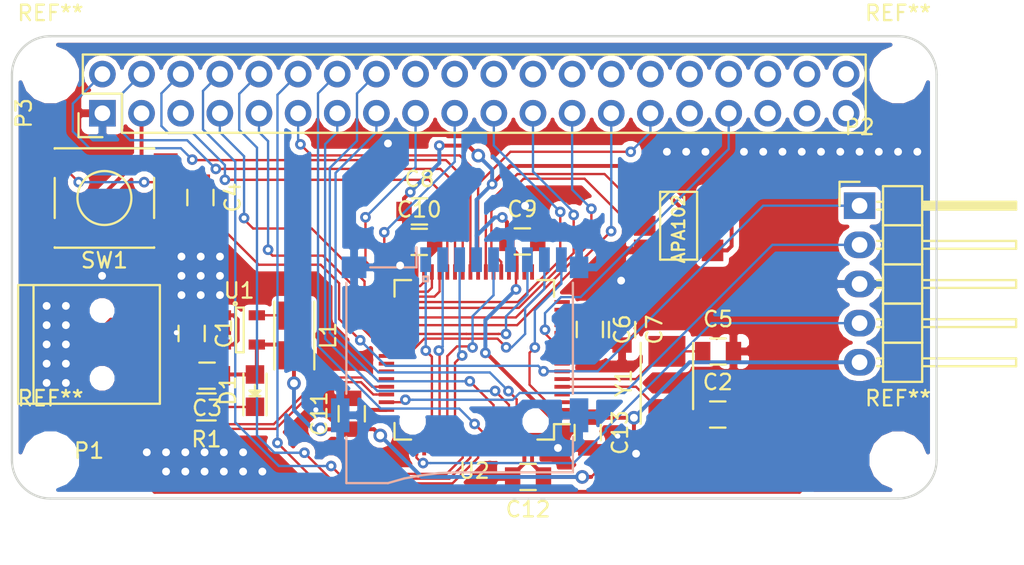
<source format=kicad_pcb>
(kicad_pcb (version 4) (host pcbnew 4.0.4-stable)
  (layers (0 Top signal) (31 Bottom signal) (34 B.Paste user) (35 F.Paste user) (36 B.SilkS user) (37 F.SilkS user) (38 B.Mask user) (39 F.Mask user) (44 Edge.Cuts user))
  (net 0 "")
  (net 1 GND)
  (net 2 +3V3)
  (net 3 VCC)
  (net 4 "Net-(C5-Pad1)")
  (net 5 "Net-(D1-Pad1)")
  (net 6 "Net-(L1-Pad1)")
  (net 7 "Net-(P1-Pad4)")
  (net 8 /LCD_D0)
  (net 9 /LCD_D1)
  (net 10 /LCD_D2)
  (net 11 /LCD_D10)
  (net 12 /LCD_D11)
  (net 13 /LCD_D12)
  (net 14 /LCD_D13)
  (net 15 /LCD_D14)
  (net 16 /LCD_D15)
  (net 17 /SDIO_D0)
  (net 18 /SDIO_D1)
  (net 19 /SDIO_D2)
  (net 20 /SDIO_D3)
  (net 21 /SDIO_CLK)
  (net 22 /SDIO_CMD)
  (net 23 /LCD_D3)
  (net 24 /LCD_D4)
  (net 25 /LCD_D5)
  (net 26 /LCD_D6)
  (net 27 /LCD_D7)
  (net 28 /LCD_D8)
  (net 29 /LCD_D9)
  (net 30 /SDIO_CD)
  (net 31 /LCD_RST)
  (net 32 /LCD_CS)
  (net 33 /LCD_RD)
  (net 34 /LCD_WR)
  (net 35 /LCD_RS)
  (net 36 /NRST)
  (net 37 /SWDIO)
  (net 38 /SWCLK)
  (net 39 "Net-(C2-Pad1)")
  (net 40 "Net-(P3-Pad5)")
  (net 41 "Net-(U2-Pad3)")
  (net 42 "Net-(U2-Pad4)")
  (net 43 "Net-(P3-Pad18)")
  (net 44 "Net-(P3-Pad20)")
  (net 45 "Net-(P3-Pad22)")
  (net 46 "Net-(P3-Pad24)")
  (net 47 "Net-(P3-Pad26)")
  (net 48 "Net-(P3-Pad28)")
  (net 49 "Net-(P3-Pad30)")
  (net 50 "Net-(P3-Pad31)")
  (net 51 "Net-(P3-Pad32)")
  (net 52 "Net-(P3-Pad34)")
  (net 53 "Net-(P3-Pad35)")
  (net 54 "Net-(P3-Pad36)")
  (net 55 "Net-(P3-Pad37)")
  (net 56 "Net-(P3-Pad38)")
  (net 57 "Net-(P3-Pad39)")
  (net 58 "Net-(P3-Pad40)")
  (net 59 "Net-(U2-Pad8)")
  (net 60 "Net-(U2-Pad9)")
  (net 61 "Net-(U2-Pad10)")
  (net 62 "Net-(U2-Pad14)")
  (net 63 "Net-(U2-Pad15)")
  (net 64 "Net-(U2-Pad16)")
  (net 65 "Net-(U2-Pad17)")
  (net 66 "Net-(U2-Pad20)")
  (net 67 "Net-(U2-Pad22)")
  (net 68 "Net-(U2-Pad41)")
  (net 69 "Net-(U2-Pad42)")
  (net 70 "Net-(U2-Pad43)")
  (net 71 "Net-(U2-Pad50)")
  (net 72 "Net-(U2-Pad60)")
  (net 73 "Net-(U3-Pad5)")
  (net 74 "Net-(U3-Pad6)")
  (net 75 /RGB_LED_CIN)
  (net 76 /RGB_LED_DIN)
  (net 77 /USB_D-)
  (net 78 /USB_D+)
  (module Mounting_Holes:MountingHole_3mm (layer Top) (at 102.5 97.5)
    (fp_text reference REF** (at 0 -4) (layer F.SilkS))
    (fp_text value MountingHole_3mm)
    (pad 1 np_thru_hole circle (at 0 0) (size 3 3) (drill 3) (layers *.Cu *.Mask))
  )
  (module Mounting_Holes:MountingHole_3mm (layer Top) (at 157.5 97.5)
    (fp_text reference REF** (at 0 -4) (layer F.SilkS))
    (fp_text value MountingHole_3mm)
    (pad 1 np_thru_hole circle (at 0 0) (size 3 3) (drill 3) (layers *.Cu *.Mask))
  )
  (module Mounting_Holes:MountingHole_3mm (layer Top) (at 157.5 72.5)
    (fp_text reference REF** (at 0 -4) (layer F.SilkS))
    (fp_text value MountingHole_3mm)
    (pad 1 np_thru_hole circle (at 0 0) (size 3 3) (drill 3) (layers *.Cu *.Mask))
  )
  (module Buttons_Switches_SMD:SW_SPST_PTS645 (layer Top) (at 106 80.5 180)
    (fp_text reference SW1 (at 0 -4.05 180) (layer F.SilkS))
    (fp_text value SW_PUSH)
    (pad 2 smd rect (at -3.975 2.25 180) (size 1.55 1.3) (layers Top F.Paste F.Mask) (net 36 /NRST))
    (pad 1 smd rect (at -3.975 -2.25 180) (size 1.55 1.3) (layers Top F.Paste F.Mask) (net 1 GND))
    (pad 1 smd rect (at 3.975 -2.25 180) (size 1.55 1.3) (layers Top F.Paste F.Mask) (net 1 GND))
    (pad 2 smd rect (at 3.975 2.25 180) (size 1.55 1.3) (layers Top F.Paste F.Mask) (net 36 /NRST))
  )
  (module Inductors:Inductor_Taiyo-Yuden_NR-24xx_HandSoldering (layer Top) (at 118.32 89.42 270)
    (fp_text reference L1 (at 0 -2.2 270) (layer F.SilkS))
    (fp_text value 2.2uH)
    (pad 1 smd rect (at -1.2875 0 270) (size 1.825 2.2) (layers Top F.Paste F.Mask) (net 6 "Net-(L1-Pad1)"))
    (pad 2 smd rect (at 1.2875 0 270) (size 1.825 2.2) (layers Top F.Paste F.Mask) (net 2 +3V3))
  )
  (module Crystals:Crystal_SMD_5032_2Pads (layer Top) (at 142.5 92.5 90)
    (fp_text reference Y1 (at 0 -2.8 90) (layer F.SilkS))
    (fp_text value Crystal)
    (pad 1 smd rect (at -2.05 0 90) (size 2 2.4) (layers Top F.Paste F.Mask) (net 39 "Net-(C2-Pad1)"))
    (pad 2 smd rect (at 2.05 0 90) (size 2 2.4) (layers Top F.Paste F.Mask) (net 4 "Net-(C5-Pad1)"))
  )
  (module volium:Conn_uSDcard (layer Bottom) (at 129.05 95 180)
    (fp_text reference XS1)
    (fp_text value SD_ebay-uSD-push/push_SMD)
    (pad 6 smd rect (at 7.75 0.4 180) (size 1.2 2.2) (layers Bottom B.Paste B.Mask) (net 1 GND))
    (pad 6 smd rect (at -7.75 0.4 180) (size 1.2 2.2) (layers Bottom B.Paste B.Mask) (net 1 GND))
    (pad 6 smd rect (at 6.85 10 180) (size 1.6 1.4) (layers Bottom B.Paste B.Mask) (net 1 GND))
    (pad 6 smd rect (at -7.75 10 180) (size 1.2 1.4) (layers Bottom B.Paste B.Mask) (net 1 GND))
    (pad 9 smd rect (at -6.6 10.5 180) (size 0.7 1.6) (layers Bottom B.Paste B.Mask) (net 30 /SDIO_CD))
    (pad 7 smd rect (at -4.4 10.5 180) (size 0.7 1.6) (layers Bottom B.Paste B.Mask) (net 17 /SDIO_D0))
    (pad 8 smd rect (at -5.5 10.5 180) (size 0.7 1.6) (layers Bottom B.Paste B.Mask) (net 18 /SDIO_D1))
    (pad 6 smd rect (at -3.3 10.5 180) (size 0.7 1.6) (layers Bottom B.Paste B.Mask) (net 1 GND))
    (pad 5 smd rect (at -2.2 10.5 180) (size 0.7 1.6) (layers Bottom B.Paste B.Mask) (net 21 /SDIO_CLK))
    (pad 4 smd rect (at -1.1 10.5 180) (size 0.7 1.6) (layers Bottom B.Paste B.Mask) (net 2 +3V3))
    (pad 1 smd rect (at 2.2 10.5 180) (size 0.7 1.6) (layers Bottom B.Paste B.Mask) (net 19 /SDIO_D2))
    (pad 2 smd rect (at 1.1 10.5 180) (size 0.7 1.6) (layers Bottom B.Paste B.Mask) (net 20 /SDIO_D3))
    (pad "" np_thru_hole circle (at 3.05 0 180) (size 1 1) (drill 1) (layers *.Cu))
    (pad "" np_thru_hole circle (at -4.93 0 180) (size 1 1) (drill 1) (layers *.Cu))
    (pad 3 smd rect (at 0 10.5 180) (size 0.7 1.6) (layers Bottom B.Paste B.Mask) (net 22 /SDIO_CMD))
  )
  (module volium:USB_Mini-B (layer Top) (at 105 90)
    (fp_text reference P1 (at 0 6.90118) (layer F.SilkS))
    (fp_text value USB_OTG)
    (pad 1 smd rect (at 3.44932 -1.6002) (size 2.30124 0.50038) (layers Top F.Paste F.Mask) (net 3 VCC))
    (pad 2 smd rect (at 3.44932 -0.8001) (size 2.30124 0.50038) (layers Top F.Paste F.Mask) (net 77 /USB_D-))
    (pad 3 smd rect (at 3.44932 0) (size 2.30124 0.50038) (layers Top F.Paste F.Mask) (net 78 /USB_D+))
    (pad 4 smd rect (at 3.44932 0.8001) (size 2.30124 0.50038) (layers Top F.Paste F.Mask) (net 7 "Net-(P1-Pad4)"))
    (pad 5 smd rect (at 3.44932 1.6002) (size 2.30124 0.50038) (layers Top F.Paste F.Mask) (net 1 GND))
    (pad 6 smd rect (at 3.35026 -4.45008) (size 2.49936 1.99898) (layers Top F.Paste F.Mask) (net 1 GND))
    (pad 6 smd rect (at -2.14884 -4.45008) (size 2.49936 1.99898) (layers Top F.Paste F.Mask) (net 1 GND))
    (pad 6 smd rect (at 3.35026 4.45008) (size 2.49936 1.99898) (layers Top F.Paste F.Mask) (net 1 GND))
    (pad 6 smd rect (at -2.14884 4.45008) (size 2.49936 1.99898) (layers Top F.Paste F.Mask) (net 1 GND))
    (pad "" np_thru_hole circle (at 0.8509 -2.19964) (size 0.89916 0.89916) (drill 0.89916) (layers *.Cu *.Mask))
    (pad "" np_thru_hole circle (at 0.8509 2.19964) (size 0.89916 0.89916) (drill 0.89916) (layers *.Cu *.Mask))
  )
  (module Pin_Headers:Pin_Header_Angled_1x05 (layer Top) (at 155 81)
    (fp_text reference P2 (at 0 -5.1) (layer F.SilkS))
    (fp_text value CONN_01X05)
    (pad 1 thru_hole rect (at 0 0) (size 2.032 1.7272) (drill 1.016) (layers *.Cu *.Mask) (net 36 /NRST))
    (pad 2 thru_hole oval (at 0 2.54) (size 2.032 1.7272) (drill 1.016) (layers *.Cu *.Mask) (net 37 /SWDIO))
    (pad 3 thru_hole oval (at 0 5.08) (size 2.032 1.7272) (drill 1.016) (layers *.Cu *.Mask) (net 1 GND))
    (pad 4 thru_hole oval (at 0 7.62) (size 2.032 1.7272) (drill 1.016) (layers *.Cu *.Mask) (net 38 /SWCLK))
    (pad 5 thru_hole oval (at 0 10.16) (size 2.032 1.7272) (drill 1.016) (layers *.Cu *.Mask) (net 2 +3V3))
  )
  (module Pin_Headers:Pin_Header_Straight_2x20 (layer Top) (at 105.87 75 90)
    (fp_text reference P3 (at 0 -5.1 90) (layer F.SilkS))
    (fp_text value CONN_02X20)
    (pad 1 thru_hole rect (at 0 0 90) (size 1.7272 1.7272) (drill 1.016) (layers *.Cu *.Mask) (net 1 GND))
    (pad 2 thru_hole oval (at 2.54 0 90) (size 1.7272 1.7272) (drill 1.016) (layers *.Cu *.Mask) (net 8 /LCD_D0))
    (pad 3 thru_hole oval (at 0 2.54 90) (size 1.7272 1.7272) (drill 1.016) (layers *.Cu *.Mask) (net 3 VCC))
    (pad 4 thru_hole oval (at 2.54 2.54 90) (size 1.7272 1.7272) (drill 1.016) (layers *.Cu *.Mask) (net 9 /LCD_D1))
    (pad 5 thru_hole oval (at 0 5.08 90) (size 1.7272 1.7272) (drill 1.016) (layers *.Cu *.Mask) (net 40 "Net-(P3-Pad5)"))
    (pad 6 thru_hole oval (at 2.54 5.08 90) (size 1.7272 1.7272) (drill 1.016) (layers *.Cu *.Mask) (net 10 /LCD_D2))
    (pad 7 thru_hole oval (at 0 7.62 90) (size 1.7272 1.7272) (drill 1.016) (layers *.Cu *.Mask) (net 35 /LCD_RS))
    (pad 8 thru_hole oval (at 2.54 7.62 90) (size 1.7272 1.7272) (drill 1.016) (layers *.Cu *.Mask) (net 23 /LCD_D3))
    (pad 9 thru_hole oval (at 0 10.16 90) (size 1.7272 1.7272) (drill 1.016) (layers *.Cu *.Mask) (net 34 /LCD_WR))
    (pad 10 thru_hole oval (at 2.54 10.16 90) (size 1.7272 1.7272) (drill 1.016) (layers *.Cu *.Mask) (net 24 /LCD_D4))
    (pad 11 thru_hole oval (at 0 12.7 90) (size 1.7272 1.7272) (drill 1.016) (layers *.Cu *.Mask) (net 33 /LCD_RD))
    (pad 12 thru_hole oval (at 2.54 12.7 90) (size 1.7272 1.7272) (drill 1.016) (layers *.Cu *.Mask) (net 25 /LCD_D5))
    (pad 13 thru_hole oval (at 0 15.24 90) (size 1.7272 1.7272) (drill 1.016) (layers *.Cu *.Mask) (net 28 /LCD_D8))
    (pad 14 thru_hole oval (at 2.54 15.24 90) (size 1.7272 1.7272) (drill 1.016) (layers *.Cu *.Mask) (net 26 /LCD_D6))
    (pad 15 thru_hole oval (at 0 17.78 90) (size 1.7272 1.7272) (drill 1.016) (layers *.Cu *.Mask) (net 29 /LCD_D9))
    (pad 16 thru_hole oval (at 2.54 17.78 90) (size 1.7272 1.7272) (drill 1.016) (layers *.Cu *.Mask) (net 27 /LCD_D7))
    (pad 17 thru_hole oval (at 0 20.32 90) (size 1.7272 1.7272) (drill 1.016) (layers *.Cu *.Mask) (net 11 /LCD_D10))
    (pad 18 thru_hole oval (at 2.54 20.32 90) (size 1.7272 1.7272) (drill 1.016) (layers *.Cu *.Mask) (net 43 "Net-(P3-Pad18)"))
    (pad 19 thru_hole oval (at 0 22.86 90) (size 1.7272 1.7272) (drill 1.016) (layers *.Cu *.Mask) (net 12 /LCD_D11))
    (pad 20 thru_hole oval (at 2.54 22.86 90) (size 1.7272 1.7272) (drill 1.016) (layers *.Cu *.Mask) (net 44 "Net-(P3-Pad20)"))
    (pad 21 thru_hole oval (at 0 25.4 90) (size 1.7272 1.7272) (drill 1.016) (layers *.Cu *.Mask) (net 13 /LCD_D12))
    (pad 22 thru_hole oval (at 2.54 25.4 90) (size 1.7272 1.7272) (drill 1.016) (layers *.Cu *.Mask) (net 45 "Net-(P3-Pad22)"))
    (pad 23 thru_hole oval (at 0 27.94 90) (size 1.7272 1.7272) (drill 1.016) (layers *.Cu *.Mask) (net 14 /LCD_D13))
    (pad 24 thru_hole oval (at 2.54 27.94 90) (size 1.7272 1.7272) (drill 1.016) (layers *.Cu *.Mask) (net 46 "Net-(P3-Pad24)"))
    (pad 25 thru_hole oval (at 0 30.48 90) (size 1.7272 1.7272) (drill 1.016) (layers *.Cu *.Mask) (net 15 /LCD_D14))
    (pad 26 thru_hole oval (at 2.54 30.48 90) (size 1.7272 1.7272) (drill 1.016) (layers *.Cu *.Mask) (net 47 "Net-(P3-Pad26)"))
    (pad 27 thru_hole oval (at 0 33.02 90) (size 1.7272 1.7272) (drill 1.016) (layers *.Cu *.Mask) (net 16 /LCD_D15))
    (pad 28 thru_hole oval (at 2.54 33.02 90) (size 1.7272 1.7272) (drill 1.016) (layers *.Cu *.Mask) (net 48 "Net-(P3-Pad28)"))
    (pad 29 thru_hole oval (at 0 35.56 90) (size 1.7272 1.7272) (drill 1.016) (layers *.Cu *.Mask) (net 32 /LCD_CS))
    (pad 30 thru_hole oval (at 2.54 35.56 90) (size 1.7272 1.7272) (drill 1.016) (layers *.Cu *.Mask) (net 49 "Net-(P3-Pad30)"))
    (pad 31 thru_hole oval (at 0 38.1 90) (size 1.7272 1.7272) (drill 1.016) (layers *.Cu *.Mask) (net 50 "Net-(P3-Pad31)"))
    (pad 32 thru_hole oval (at 2.54 38.1 90) (size 1.7272 1.7272) (drill 1.016) (layers *.Cu *.Mask) (net 51 "Net-(P3-Pad32)"))
    (pad 33 thru_hole oval (at 0 40.64 90) (size 1.7272 1.7272) (drill 1.016) (layers *.Cu *.Mask) (net 31 /LCD_RST))
    (pad 34 thru_hole oval (at 2.54 40.64 90) (size 1.7272 1.7272) (drill 1.016) (layers *.Cu *.Mask) (net 52 "Net-(P3-Pad34)"))
    (pad 35 thru_hole oval (at 0 43.18 90) (size 1.7272 1.7272) (drill 1.016) (layers *.Cu *.Mask) (net 53 "Net-(P3-Pad35)"))
    (pad 36 thru_hole oval (at 2.54 43.18 90) (size 1.7272 1.7272) (drill 1.016) (layers *.Cu *.Mask) (net 54 "Net-(P3-Pad36)"))
    (pad 37 thru_hole oval (at 0 45.72 90) (size 1.7272 1.7272) (drill 1.016) (layers *.Cu *.Mask) (net 55 "Net-(P3-Pad37)"))
    (pad 38 thru_hole oval (at 2.54 45.72 90) (size 1.7272 1.7272) (drill 1.016) (layers *.Cu *.Mask) (net 56 "Net-(P3-Pad38)"))
    (pad 39 thru_hole oval (at 0 48.26 90) (size 1.7272 1.7272) (drill 1.016) (layers *.Cu *.Mask) (net 57 "Net-(P3-Pad39)"))
    (pad 40 thru_hole oval (at 2.54 48.26 90) (size 1.7272 1.7272) (drill 1.016) (layers *.Cu *.Mask) (net 58 "Net-(P3-Pad40)"))
  )
  (module TO_SOT_Packages_SMD:SOT-23-5 (layer Top) (at 114.79 89.06)
    (fp_text reference U1 (at -0.05 -2.55) (layer F.SilkS))
    (fp_text value LM3671MF-3.3)
    (pad 1 smd rect (at -1.1 -0.95) (size 1.06 0.65) (layers Top F.Paste F.Mask) (net 3 VCC))
    (pad 2 smd rect (at -1.1 0) (size 1.06 0.65) (layers Top F.Paste F.Mask) (net 1 GND))
    (pad 3 smd rect (at -1.1 0.95) (size 1.06 0.65) (layers Top F.Paste F.Mask) (net 3 VCC))
    (pad 4 smd rect (at 1.1 0.95) (size 1.06 0.65) (layers Top F.Paste F.Mask) (net 2 +3V3))
    (pad 5 smd rect (at 1.1 -0.95) (size 1.06 0.65) (layers Top F.Paste F.Mask) (net 6 "Net-(L1-Pad1)"))
  )
  (module Housings_QFP:LQFP-64_10x10mm_Pitch0.5mm (layer Top) (at 130 91 180)
    (fp_text reference U2 (at 0 -7.2 180) (layer F.SilkS))
    (fp_text value STM32F103RETx)
    (pad 1 smd rect (at -5.7 -3.75 180) (size 1 0.25) (layers Top F.Paste F.Mask) (net 2 +3V3))
    (pad 2 smd rect (at -5.7 -3.25 180) (size 1 0.25) (layers Top F.Paste F.Mask) (net 30 /SDIO_CD))
    (pad 3 smd rect (at -5.7 -2.75 180) (size 1 0.25) (layers Top F.Paste F.Mask) (net 41 "Net-(U2-Pad3)"))
    (pad 4 smd rect (at -5.7 -2.25 180) (size 1 0.25) (layers Top F.Paste F.Mask) (net 42 "Net-(U2-Pad4)"))
    (pad 5 smd rect (at -5.7 -1.75 180) (size 1 0.25) (layers Top F.Paste F.Mask) (net 39 "Net-(C2-Pad1)"))
    (pad 6 smd rect (at -5.7 -1.25 180) (size 1 0.25) (layers Top F.Paste F.Mask) (net 4 "Net-(C5-Pad1)"))
    (pad 7 smd rect (at -5.7 -0.75 180) (size 1 0.25) (layers Top F.Paste F.Mask) (net 36 /NRST))
    (pad 8 smd rect (at -5.7 -0.25 180) (size 1 0.25) (layers Top F.Paste F.Mask) (net 59 "Net-(U2-Pad8)"))
    (pad 9 smd rect (at -5.7 0.25 180) (size 1 0.25) (layers Top F.Paste F.Mask) (net 60 "Net-(U2-Pad9)"))
    (pad 10 smd rect (at -5.7 0.75 180) (size 1 0.25) (layers Top F.Paste F.Mask) (net 61 "Net-(U2-Pad10)"))
    (pad 11 smd rect (at -5.7 1.25 180) (size 1 0.25) (layers Top F.Paste F.Mask) (net 31 /LCD_RST))
    (pad 12 smd rect (at -5.7 1.75 180) (size 1 0.25) (layers Top F.Paste F.Mask) (net 1 GND))
    (pad 13 smd rect (at -5.7 2.25 180) (size 1 0.25) (layers Top F.Paste F.Mask) (net 2 +3V3))
    (pad 14 smd rect (at -5.7 2.75 180) (size 1 0.25) (layers Top F.Paste F.Mask) (net 62 "Net-(U2-Pad14)"))
    (pad 15 smd rect (at -5.7 3.25 180) (size 1 0.25) (layers Top F.Paste F.Mask) (net 63 "Net-(U2-Pad15)"))
    (pad 16 smd rect (at -5.7 3.75 180) (size 1 0.25) (layers Top F.Paste F.Mask) (net 64 "Net-(U2-Pad16)"))
    (pad 17 smd rect (at -3.75 5.7 270) (size 1 0.25) (layers Top F.Paste F.Mask) (net 65 "Net-(U2-Pad17)"))
    (pad 18 smd rect (at -3.25 5.7 270) (size 1 0.25) (layers Top F.Paste F.Mask) (net 1 GND))
    (pad 19 smd rect (at -2.75 5.7 270) (size 1 0.25) (layers Top F.Paste F.Mask) (net 2 +3V3))
    (pad 20 smd rect (at -2.25 5.7 270) (size 1 0.25) (layers Top F.Paste F.Mask) (net 66 "Net-(U2-Pad20)"))
    (pad 21 smd rect (at -1.75 5.7 270) (size 1 0.25) (layers Top F.Paste F.Mask) (net 75 /RGB_LED_CIN))
    (pad 22 smd rect (at -1.25 5.7 270) (size 1 0.25) (layers Top F.Paste F.Mask) (net 67 "Net-(U2-Pad22)"))
    (pad 23 smd rect (at -0.75 5.7 270) (size 1 0.25) (layers Top F.Paste F.Mask) (net 76 /RGB_LED_DIN))
    (pad 24 smd rect (at -0.25 5.7 270) (size 1 0.25) (layers Top F.Paste F.Mask) (net 32 /LCD_CS))
    (pad 25 smd rect (at 0.25 5.7 270) (size 1 0.25) (layers Top F.Paste F.Mask) (net 33 /LCD_RD))
    (pad 26 smd rect (at 0.75 5.7 270) (size 1 0.25) (layers Top F.Paste F.Mask) (net 8 /LCD_D0))
    (pad 27 smd rect (at 1.25 5.7 270) (size 1 0.25) (layers Top F.Paste F.Mask) (net 9 /LCD_D1))
    (pad 28 smd rect (at 1.75 5.7 270) (size 1 0.25) (layers Top F.Paste F.Mask) (net 10 /LCD_D2))
    (pad 29 smd rect (at 2.25 5.7 270) (size 1 0.25) (layers Top F.Paste F.Mask) (net 11 /LCD_D10))
    (pad 30 smd rect (at 2.75 5.7 270) (size 1 0.25) (layers Top F.Paste F.Mask) (net 12 /LCD_D11))
    (pad 31 smd rect (at 3.25 5.7 270) (size 1 0.25) (layers Top F.Paste F.Mask) (net 1 GND))
    (pad 32 smd rect (at 3.75 5.7 270) (size 1 0.25) (layers Top F.Paste F.Mask) (net 2 +3V3))
    (pad 33 smd rect (at 5.7 3.75 180) (size 1 0.25) (layers Top F.Paste F.Mask) (net 13 /LCD_D12))
    (pad 34 smd rect (at 5.7 3.25 180) (size 1 0.25) (layers Top F.Paste F.Mask) (net 14 /LCD_D13))
    (pad 35 smd rect (at 5.7 2.75 180) (size 1 0.25) (layers Top F.Paste F.Mask) (net 15 /LCD_D14))
    (pad 36 smd rect (at 5.7 2.25 180) (size 1 0.25) (layers Top F.Paste F.Mask) (net 16 /LCD_D15))
    (pad 37 smd rect (at 5.7 1.75 180) (size 1 0.25) (layers Top F.Paste F.Mask) (net 35 /LCD_RS))
    (pad 38 smd rect (at 5.7 1.25 180) (size 1 0.25) (layers Top F.Paste F.Mask) (net 34 /LCD_WR))
    (pad 39 smd rect (at 5.7 0.75 180) (size 1 0.25) (layers Top F.Paste F.Mask) (net 17 /SDIO_D0))
    (pad 40 smd rect (at 5.7 0.25 180) (size 1 0.25) (layers Top F.Paste F.Mask) (net 18 /SDIO_D1))
    (pad 41 smd rect (at 5.7 -0.25 180) (size 1 0.25) (layers Top F.Paste F.Mask) (net 68 "Net-(U2-Pad41)"))
    (pad 42 smd rect (at 5.7 -0.75 180) (size 1 0.25) (layers Top F.Paste F.Mask) (net 69 "Net-(U2-Pad42)"))
    (pad 43 smd rect (at 5.7 -1.25 180) (size 1 0.25) (layers Top F.Paste F.Mask) (net 70 "Net-(U2-Pad43)"))
    (pad 44 smd rect (at 5.7 -1.75 180) (size 1 0.25) (layers Top F.Paste F.Mask) (net 77 /USB_D-))
    (pad 45 smd rect (at 5.7 -2.25 180) (size 1 0.25) (layers Top F.Paste F.Mask) (net 78 /USB_D+))
    (pad 46 smd rect (at 5.7 -2.75 180) (size 1 0.25) (layers Top F.Paste F.Mask) (net 37 /SWDIO))
    (pad 47 smd rect (at 5.7 -3.25 180) (size 1 0.25) (layers Top F.Paste F.Mask) (net 1 GND))
    (pad 48 smd rect (at 5.7 -3.75 180) (size 1 0.25) (layers Top F.Paste F.Mask) (net 2 +3V3))
    (pad 49 smd rect (at 3.75 -5.7 270) (size 1 0.25) (layers Top F.Paste F.Mask) (net 38 /SWCLK))
    (pad 50 smd rect (at 3.25 -5.7 270) (size 1 0.25) (layers Top F.Paste F.Mask) (net 71 "Net-(U2-Pad50)"))
    (pad 51 smd rect (at 2.75 -5.7 270) (size 1 0.25) (layers Top F.Paste F.Mask) (net 19 /SDIO_D2))
    (pad 52 smd rect (at 2.25 -5.7 270) (size 1 0.25) (layers Top F.Paste F.Mask) (net 20 /SDIO_D3))
    (pad 53 smd rect (at 1.75 -5.7 270) (size 1 0.25) (layers Top F.Paste F.Mask) (net 21 /SDIO_CLK))
    (pad 54 smd rect (at 1.25 -5.7 270) (size 1 0.25) (layers Top F.Paste F.Mask) (net 22 /SDIO_CMD))
    (pad 55 smd rect (at 0.75 -5.7 270) (size 1 0.25) (layers Top F.Paste F.Mask) (net 23 /LCD_D3))
    (pad 56 smd rect (at 0.25 -5.7 270) (size 1 0.25) (layers Top F.Paste F.Mask) (net 24 /LCD_D4))
    (pad 57 smd rect (at -0.25 -5.7 270) (size 1 0.25) (layers Top F.Paste F.Mask) (net 25 /LCD_D5))
    (pad 58 smd rect (at -0.75 -5.7 270) (size 1 0.25) (layers Top F.Paste F.Mask) (net 26 /LCD_D6))
    (pad 59 smd rect (at -1.25 -5.7 270) (size 1 0.25) (layers Top F.Paste F.Mask) (net 27 /LCD_D7))
    (pad 60 smd rect (at -1.75 -5.7 270) (size 1 0.25) (layers Top F.Paste F.Mask) (net 72 "Net-(U2-Pad60)"))
    (pad 61 smd rect (at -2.25 -5.7 270) (size 1 0.25) (layers Top F.Paste F.Mask) (net 28 /LCD_D8))
    (pad 62 smd rect (at -2.75 -5.7 270) (size 1 0.25) (layers Top F.Paste F.Mask) (net 29 /LCD_D9))
    (pad 63 smd rect (at -3.25 -5.7 270) (size 1 0.25) (layers Top F.Paste F.Mask) (net 1 GND))
    (pad 64 smd rect (at -3.75 -5.7 270) (size 1 0.25) (layers Top F.Paste F.Mask) (net 2 +3V3))
  )
  (module volium:APA102 (layer Top) (at 143.26 82.3 270)
    (fp_text reference U3 hide)
    (fp_text value APA102 (at 0.2 0 270) (layer F.SilkS) (effects (font (size 0.8 0.8))))
    (pad 3 smd rect (at 1.6 2.2) (size 1.4 1.4) (layers Top F.Paste F.Mask) (net 1 GND))
    (pad 4 smd rect (at 1.6 -2.2) (size 1.4 1.4) (layers Top F.Paste F.Mask) (net 3 VCC))
    (pad 5 smd rect (at 0 -2.2) (size 1.4 1.3) (layers Top F.Paste F.Mask) (net 73 "Net-(U3-Pad5)"))
    (pad 2 smd rect (at 0 2.2) (size 1.4 1.3) (layers Top F.Paste F.Mask) (net 75 /RGB_LED_CIN))
    (pad 1 smd rect (at -1.6 2.2) (size 1.4 1.4) (layers Top F.Paste F.Mask) (net 76 /RGB_LED_DIN))
    (pad 6 smd rect (at -1.6 -2.2) (size 1.4 1.4) (layers Top F.Paste F.Mask) (net 74 "Net-(U3-Pad6)"))
  )
  (module Capacitors_SMD:C_0805 (layer Top) (at 111.66 89.29 270)
    (fp_text reference C1 (at 0 -2.1 270) (layer F.SilkS))
    (fp_text value 10uF)
    (pad 1 smd rect (at -1 0 270) (size 1 1.25) (layers Top F.Paste F.Mask) (net 3 VCC))
    (pad 2 smd rect (at 1 0 270) (size 1 1.25) (layers Top F.Paste F.Mask) (net 1 GND))
  )
  (module Capacitors_SMD:C_0805 (layer Top) (at 145.8 94.55)
    (fp_text reference C2 (at 0 -2.1) (layer F.SilkS))
    (fp_text value C)
    (pad 1 smd rect (at -1 0) (size 1 1.25) (layers Top F.Paste F.Mask) (net 39 "Net-(C2-Pad1)"))
    (pad 2 smd rect (at 1 0) (size 1 1.25) (layers Top F.Paste F.Mask) (net 1 GND))
  )
  (module Capacitors_SMD:C_0805 (layer Top) (at 112.66 92.03 180)
    (fp_text reference C3 (at 0 -2.1 180) (layer F.SilkS))
    (fp_text value 22uF)
    (pad 1 smd rect (at -1 0 180) (size 1 1.25) (layers Top F.Paste F.Mask) (net 2 +3V3))
    (pad 2 smd rect (at 1 0 180) (size 1 1.25) (layers Top F.Paste F.Mask) (net 1 GND))
  )
  (module Capacitors_SMD:C_0805 (layer Top) (at 112.23 80.47 270)
    (fp_text reference C4 (at 0 -2.1 270) (layer F.SilkS))
    (fp_text value 100n)
    (pad 1 smd rect (at -1 0 270) (size 1 1.25) (layers Top F.Paste F.Mask) (net 36 /NRST))
    (pad 2 smd rect (at 1 0 270) (size 1 1.25) (layers Top F.Paste F.Mask) (net 1 GND))
  )
  (module Capacitors_SMD:C_0805 (layer Top) (at 145.82 90.46)
    (fp_text reference C5 (at 0 -2.1) (layer F.SilkS))
    (fp_text value C)
    (pad 1 smd rect (at -1 0) (size 1 1.25) (layers Top F.Paste F.Mask) (net 4 "Net-(C5-Pad1)"))
    (pad 2 smd rect (at 1 0) (size 1 1.25) (layers Top F.Paste F.Mask) (net 1 GND))
  )
  (module Capacitors_SMD:C_0805 (layer Top) (at 137.5 89.03 270)
    (fp_text reference C6 (at 0 -2.1 270) (layer F.SilkS))
    (fp_text value 100n)
    (pad 1 smd rect (at -1 0 270) (size 1 1.25) (layers Top F.Paste F.Mask) (net 2 +3V3))
    (pad 2 smd rect (at 1 0 270) (size 1 1.25) (layers Top F.Paste F.Mask) (net 1 GND))
  )
  (module Capacitors_SMD:C_0805 (layer Top) (at 139.59 89.04 270)
    (fp_text reference C7 (at 0 -2.1 270) (layer F.SilkS))
    (fp_text value 1u)
    (pad 1 smd rect (at -1 0 270) (size 1 1.25) (layers Top F.Paste F.Mask) (net 2 +3V3))
    (pad 2 smd rect (at 1 0 270) (size 1 1.25) (layers Top F.Paste F.Mask) (net 1 GND))
  )
  (module Capacitors_SMD:C_0805 (layer Top) (at 126.44 81.37)
    (fp_text reference C8 (at 0 -2.1) (layer F.SilkS))
    (fp_text value 10u)
    (pad 1 smd rect (at -1 0) (size 1 1.25) (layers Top F.Paste F.Mask) (net 2 +3V3))
    (pad 2 smd rect (at 1 0) (size 1 1.25) (layers Top F.Paste F.Mask) (net 1 GND))
  )
  (module Capacitors_SMD:C_0805 (layer Top) (at 133.12 83.32)
    (fp_text reference C9 (at 0 -2.1) (layer F.SilkS))
    (fp_text value 100n)
    (pad 1 smd rect (at -1 0) (size 1 1.25) (layers Top F.Paste F.Mask) (net 2 +3V3))
    (pad 2 smd rect (at 1 0) (size 1 1.25) (layers Top F.Paste F.Mask) (net 1 GND))
  )
  (module Capacitors_SMD:C_0805 (layer Top) (at 126.43 83.35)
    (fp_text reference C10 (at 0 -2.1) (layer F.SilkS))
    (fp_text value 100n)
    (pad 1 smd rect (at -1 0) (size 1 1.25) (layers Top F.Paste F.Mask) (net 2 +3V3))
    (pad 2 smd rect (at 1 0) (size 1 1.25) (layers Top F.Paste F.Mask) (net 1 GND))
  )
  (module Capacitors_SMD:C_0805 (layer Top) (at 122.05 94.5 90)
    (fp_text reference C11 (at 0 -2.1 90) (layer F.SilkS))
    (fp_text value 100n)
    (pad 1 smd rect (at -1 0 90) (size 1 1.25) (layers Top F.Paste F.Mask) (net 2 +3V3))
    (pad 2 smd rect (at 1 0 90) (size 1 1.25) (layers Top F.Paste F.Mask) (net 1 GND))
  )
  (module Capacitors_SMD:C_0805 (layer Top) (at 133.49 98.6 180)
    (fp_text reference C12 (at 0 -2.1 180) (layer F.SilkS))
    (fp_text value 100n)
    (pad 1 smd rect (at -1 0 180) (size 1 1.25) (layers Top F.Paste F.Mask) (net 2 +3V3))
    (pad 2 smd rect (at 1 0 180) (size 1 1.25) (layers Top F.Paste F.Mask) (net 1 GND))
  )
  (module Capacitors_SMD:C_0805 (layer Top) (at 137.36 95.72 270)
    (fp_text reference C13 (at 0 -2.1 270) (layer F.SilkS))
    (fp_text value 100n)
    (pad 1 smd rect (at -1 0 270) (size 1 1.25) (layers Top F.Paste F.Mask) (net 2 +3V3))
    (pad 2 smd rect (at 1 0 270) (size 1 1.25) (layers Top F.Paste F.Mask) (net 1 GND))
  )
  (module LEDs:LED_0805 (layer Top) (at 115.77 93 90)
    (fp_text reference D1 (at 0 -1.75 90) (layer F.SilkS))
    (fp_text value LED)
    (pad 2 smd rect (at 1.04902 0 270) (size 1.19888 1.19888) (layers Top F.Paste F.Mask) (net 2 +3V3))
    (pad 1 smd rect (at -1.04902 0 270) (size 1.19888 1.19888) (layers Top F.Paste F.Mask) (net 5 "Net-(D1-Pad1)"))
  )
  (module Resistors_SMD:R_0805 (layer Top) (at 112.62 94.06 180)
    (fp_text reference R1 (at 0 -2.1 180) (layer F.SilkS))
    (fp_text value 330)
    (pad 1 smd rect (at -0.95 0 180) (size 0.7 1.3) (layers Top F.Paste F.Mask) (net 5 "Net-(D1-Pad1)"))
    (pad 2 smd rect (at 0.95 0 180) (size 0.7 1.3) (layers Top F.Paste F.Mask) (net 1 GND))
  )
  (module Mounting_Holes:MountingHole_3mm (layer Top) (at 102.5 72.5)
    (fp_text reference REF** (at 0 -4) (layer F.SilkS))
    (fp_text value MountingHole_3mm)
    (pad 1 np_thru_hole circle (at 0 0) (size 3 3) (drill 3) (layers *.Cu *.Mask))
  )
  (gr_arc (start 157.5 72.5) (end 157.5 70) (angle 90) (layer Edge.Cuts) (width 0.15))
  (gr_arc (start 102.5 97.5) (end 102.5 100) (angle 90) (layer Edge.Cuts) (width 0.15))
  (gr_line (start 157.5 70) (end 102.5 70) (angle 90) (layer Edge.Cuts) (width 0.15))
  (gr_arc (start 157.5 97.5) (end 160 97.5) (angle 90) (layer Edge.Cuts) (width 0.15))
  (gr_arc (start 102.5 72.5) (end 100 72.5) (angle 90) (layer Edge.Cuts) (width 0.15))
  (gr_line (start 100 72.5) (end 100 97.5) (angle 90) (layer Edge.Cuts) (width 0.15))
  (gr_line (start 160 97.5) (end 160 72.5) (angle 90) (layer Edge.Cuts) (width 0.15))
  (gr_line (start 102.5 100) (end 157.5 100) (angle 90) (layer Edge.Cuts) (width 0.15))
  (via (at 113.5 86.8) (size 0.889) (drill 0.508) (layers Top Bottom) (net 1))
  (segment (start 113.5 85.55) (end 113.5 86.8) (width 0.254) (layer Top) (net 1))
  (segment (start 112.25 86.178617) (end 112.25 86.8) (width 0.254) (layer Top) (net 1))
  (via (at 112.25 86.8) (size 0.889) (drill 0.508) (layers Top Bottom) (net 1))
  (segment (start 112.25 85.55) (end 112.25 86.178617) (width 0.254) (layer Top) (net 1))
  (via (at 111 86.8) (size 0.889) (drill 0.508) (layers Top Bottom) (net 1))
  (segment (start 111 86.178617) (end 111 86.8) (width 0.254) (layer Top) (net 1))
  (segment (start 111 85.55) (end 111 86.178617) (width 0.254) (layer Top) (net 1))
  (via (at 113.5 84.3) (size 0.889) (drill 0.508) (layers Top Bottom) (net 1))
  (segment (start 113.5 84.921383) (end 113.5 84.3) (width 0.254) (layer Top) (net 1))
  (segment (start 113.5 85.55) (end 113.5 84.921383) (width 0.254) (layer Top) (net 1))
  (via (at 112.25 84.3) (size 0.889) (drill 0.508) (layers Top Bottom) (net 1))
  (segment (start 112.25 85.55) (end 112.25 84.3) (width 0.254) (layer Top) (net 1))
  (via (at 111 84.3) (size 0.889) (drill 0.508) (layers Top Bottom) (net 1))
  (segment (start 111 85.55) (end 111 84.3) (width 0.254) (layer Top) (net 1))
  (segment (start 110.99992 85.54992) (end 111 85.55) (width 0.254) (layer Top) (net 1))
  (segment (start 108.35026 85.54992) (end 110.99992 85.54992) (width 0.254) (layer Top) (net 1))
  (segment (start 112.25 85.55) (end 111 85.55) (width 0.254) (layer Top) (net 1))
  (via (at 111 85.55) (size 0.889) (drill 0.508) (layers Top Bottom) (net 1))
  (segment (start 113.5 85.55) (end 112.25 85.55) (width 0.254) (layer Top) (net 1))
  (via (at 112.25 85.55) (size 0.889) (drill 0.508) (layers Top Bottom) (net 1))
  (via (at 113.5 85.55) (size 0.889) (drill 0.508) (layers Top Bottom) (net 1))
  (segment (start 105.85008 85.54992) (end 105.85 85.55) (width 0.254) (layer Top) (net 1))
  (segment (start 108.35026 85.54992) (end 105.85008 85.54992) (width 0.254) (layer Top) (net 1))
  (segment (start 105.45 85.55) (end 105.85 85.55) (width 0.254) (layer Bottom) (net 1))
  (segment (start 106.478617 85.55) (end 105.85 85.55) (width 0.254) (layer Bottom) (net 1))
  (segment (start 106.98 85.55) (end 106.478617 85.55) (width 0.254) (layer Bottom) (net 1))
  (segment (start 110.67 89.24) (end 106.98 85.55) (width 0.254) (layer Bottom) (net 1))
  (segment (start 103.5 87.5) (end 105.45 85.55) (width 0.254) (layer Bottom) (net 1))
  (via (at 105.85 85.55) (size 0.889) (drill 0.508) (layers Top Bottom) (net 1))
  (via (at 158.75 77.5) (size 0.889) (drill 0.508) (layers Top Bottom) (net 1))
  (segment (start 158.128617 77.5) (end 158.75 77.5) (width 0.254) (layer Top) (net 1))
  (segment (start 157.5 77.5) (end 158.128617 77.5) (width 0.254) (layer Top) (net 1))
  (via (at 157.5 77.5) (size 0.889) (drill 0.508) (layers Top Bottom) (net 1))
  (segment (start 156.25 77.5) (end 157.5 77.5) (width 0.254) (layer Top) (net 1))
  (via (at 156.25 77.5) (size 0.889) (drill 0.508) (layers Top Bottom) (net 1))
  (segment (start 155 77.5) (end 156.25 77.5) (width 0.254) (layer Top) (net 1))
  (via (at 155 77.5) (size 0.889) (drill 0.508) (layers Top Bottom) (net 1))
  (segment (start 153.75 77.5) (end 155 77.5) (width 0.254) (layer Top) (net 1))
  (segment (start 152.5 77.5) (end 153.75 77.5) (width 0.254) (layer Top) (net 1))
  (via (at 153.75 77.5) (size 0.889) (drill 0.508) (layers Top Bottom) (net 1))
  (via (at 152.5 77.5) (size 0.889) (drill 0.508) (layers Top Bottom) (net 1))
  (segment (start 151.25 77.5) (end 152.5 77.5) (width 0.254) (layer Top) (net 1))
  (segment (start 147.5 77.5) (end 151.25 77.5) (width 0.254) (layer Bottom) (net 1))
  (segment (start 151.25 77.5) (end 153.996822 77.5) (width 0.254) (layer Bottom) (net 1))
  (segment (start 150.628617 77.5) (end 151.25 77.5) (width 0.254) (layer Top) (net 1))
  (via (at 151.25 77.5) (size 0.889) (drill 0.508) (layers Top Bottom) (net 1))
  (segment (start 150 77.5) (end 150.628617 77.5) (width 0.254) (layer Top) (net 1))
  (via (at 150 77.5) (size 0.889) (drill 0.508) (layers Top Bottom) (net 1))
  (segment (start 149.378617 77.5) (end 150 77.5) (width 0.254) (layer Top) (net 1))
  (segment (start 148.75 77.5) (end 149.378617 77.5) (width 0.254) (layer Top) (net 1))
  (via (at 148.75 77.5) (size 0.889) (drill 0.508) (layers Top Bottom) (net 1))
  (segment (start 147.5 77.5) (end 148.75 77.5) (width 0.254) (layer Top) (net 1))
  (segment (start 153.996822 77.5) (end 157.46 80.963178) (width 0.254) (layer Bottom) (net 1))
  (segment (start 157.46 80.963178) (end 157.46 85.63) (width 0.254) (layer Bottom) (net 1))
  (segment (start 157.46 85.63) (end 157.01 86.08) (width 0.254) (layer Bottom) (net 1))
  (segment (start 157.01 86.08) (end 155 86.08) (width 0.254) (layer Bottom) (net 1))
  (segment (start 139.53 85.86) (end 139.72 85.86) (width 0.254) (layer Bottom) (net 1))
  (segment (start 139.72 85.86) (end 147.5 78.08) (width 0.254) (layer Bottom) (net 1))
  (segment (start 147.5 78.08) (end 147.5 77.5) (width 0.254) (layer Bottom) (net 1))
  (via (at 147.5 77.5) (size 0.889) (drill 0.508) (layers Top Bottom) (net 1))
  (segment (start 145 77.5) (end 147.5 77.5) (width 0.254) (layer Top) (net 1))
  (via (at 145 77.5) (size 0.889) (drill 0.508) (layers Top Bottom) (net 1))
  (segment (start 143.75 77.5) (end 145 77.5) (width 0.254) (layer Top) (net 1))
  (via (at 143.75 77.5) (size 0.889) (drill 0.508) (layers Top Bottom) (net 1))
  (segment (start 143.128617 77.5) (end 143.75 77.5) (width 0.254) (layer Top) (net 1))
  (segment (start 142.5 77.5) (end 143.128617 77.5) (width 0.254) (layer Top) (net 1))
  (segment (start 142.944499 77.944499) (end 142.5 77.5) (width 0.254) (layer Top) (net 1))
  (segment (start 143.9 78.9) (end 142.944499 77.944499) (width 0.254) (layer Top) (net 1))
  (segment (start 139.715 90.04) (end 143.9 85.855) (width 0.254) (layer Top) (net 1))
  (segment (start 143.9 85.855) (end 143.9 78.9) (width 0.254) (layer Top) (net 1))
  (segment (start 139.59 90.04) (end 139.715 90.04) (width 0.254) (layer Top) (net 1))
  (segment (start 124.944499 76.415501) (end 141.415501 76.415501) (width 0.254) (layer Top) (net 1))
  (segment (start 142.055501 77.055501) (end 142.5 77.5) (width 0.254) (layer Top) (net 1))
  (segment (start 141.415501 76.415501) (end 142.055501 77.055501) (width 0.254) (layer Top) (net 1))
  (segment (start 124.4 76.96) (end 124.944499 76.415501) (width 0.254) (layer Top) (net 1))
  (via (at 142.5 77.5) (size 0.889) (drill 0.508) (layers Top Bottom) (net 1))
  (segment (start 139.53 84.476) (end 139.53 85.86) (width 0.254) (layer Top) (net 1))
  (via (at 139.53 85.86) (size 0.889) (drill 0.508) (layers Top Bottom) (net 1))
  (segment (start 141.06 83.9) (end 140.106 83.9) (width 0.254) (layer Top) (net 1))
  (segment (start 140.106 83.9) (end 139.53 84.476) (width 0.254) (layer Top) (net 1))
  (segment (start 133.3 81.01) (end 132.61 81.7) (width 0.254) (layer Bottom) (net 1))
  (segment (start 132.61 81.7) (end 132.61 81.98) (width 0.254) (layer Bottom) (net 1))
  (segment (start 134.12 81.83) (end 133.3 81.01) (width 0.254) (layer Top) (net 1))
  (via (at 133.3 81.01) (size 0.889) (drill 0.508) (layers Top Bottom) (net 1))
  (segment (start 134.12 83.32) (end 134.12 81.83) (width 0.254) (layer Top) (net 1))
  (segment (start 132.35 84.5) (end 132.35 82.24) (width 0.254) (layer Bottom) (net 1))
  (segment (start 132.35 82.24) (end 132.61 81.98) (width 0.254) (layer Bottom) (net 1))
  (segment (start 132.61 81.98) (end 135.19 81.98) (width 0.254) (layer Bottom) (net 1))
  (segment (start 135.19 81.98) (end 136.8 83.59) (width 0.254) (layer Bottom) (net 1))
  (segment (start 136.8 83.59) (end 136.8 85) (width 0.254) (layer Bottom) (net 1))
  (segment (start 108.75 97) (end 108.35 96.6) (width 0.254) (layer Top) (net 1))
  (segment (start 108.35 96.6) (end 108.35 96.19) (width 0.254) (layer Top) (net 1))
  (segment (start 108.35 96.19) (end 108.35026 96.18974) (width 0.254) (layer Top) (net 1))
  (segment (start 108.35026 96.18974) (end 108.35026 94.45008) (width 0.254) (layer Top) (net 1))
  (segment (start 110.67 89.425) (end 110.67 89.24) (width 0.254) (layer Top) (net 1))
  (segment (start 111.535 90.29) (end 110.67 89.425) (width 0.254) (layer Top) (net 1))
  (segment (start 111.66 90.29) (end 111.535 90.29) (width 0.254) (layer Top) (net 1))
  (via (at 110.67 89.24) (size 0.6858) (drill 0.3302) (layers Top Bottom) (net 1))
  (segment (start 103.5 92.5) (end 102.25 92.5) (width 0.254) (layer Top) (net 1))
  (via (at 102.25 92.5) (size 0.889) (drill 0.508) (layers Top Bottom) (net 1))
  (segment (start 102.250002 91.25) (end 102.25 91.249998) (width 0.254) (layer Top) (net 1))
  (segment (start 103.500002 91.25) (end 102.250002 91.25) (width 0.254) (layer Top) (net 1))
  (via (at 102.25 91.249998) (size 0.889) (drill 0.508) (layers Top Bottom) (net 1))
  (segment (start 103.5 90) (end 102.25 90) (width 0.254) (layer Top) (net 1))
  (via (at 102.25 90) (size 0.889) (drill 0.508) (layers Top Bottom) (net 1))
  (segment (start 103.5 88.75) (end 102.25 88.75) (width 0.254) (layer Top) (net 1))
  (via (at 102.25 88.75) (size 0.889) (drill 0.508) (layers Top Bottom) (net 1))
  (segment (start 103.5 87.5) (end 102.25 87.5) (width 0.254) (layer Top) (net 1))
  (via (at 102.25 87.5) (size 0.889) (drill 0.508) (layers Top Bottom) (net 1))
  (segment (start 102.85116 93.14884) (end 103.055501 92.944499) (width 0.254) (layer Top) (net 1))
  (segment (start 102.85116 94.45008) (end 102.85116 93.14884) (width 0.254) (layer Top) (net 1))
  (segment (start 103.500002 92.499998) (end 103.5 92.5) (width 0.254) (layer Top) (net 1))
  (segment (start 103.500002 91.25) (end 103.500002 92.499998) (width 0.254) (layer Top) (net 1))
  (segment (start 103.055501 92.944499) (end 103.5 92.5) (width 0.254) (layer Top) (net 1))
  (via (at 103.5 92.5) (size 0.889) (drill 0.508) (layers Top Bottom) (net 1))
  (segment (start 103.5 90) (end 103.5 91.249998) (width 0.254) (layer Top) (net 1))
  (segment (start 103.5 91.249998) (end 103.500002 91.25) (width 0.254) (layer Top) (net 1))
  (via (at 103.500002 91.25) (size 0.889) (drill 0.508) (layers Top Bottom) (net 1))
  (segment (start 103.5 90) (end 103.5 88.75) (width 0.254) (layer Top) (net 1))
  (segment (start 103.5 87.5) (end 103.5 88.75) (width 0.254) (layer Top) (net 1))
  (via (at 103.5 88.75) (size 0.889) (drill 0.508) (layers Top Bottom) (net 1))
  (segment (start 103.055501 87.055501) (end 103.5 87.5) (width 0.254) (layer Top) (net 1))
  (segment (start 102.85116 86.85116) (end 103.055501 87.055501) (width 0.254) (layer Top) (net 1))
  (segment (start 102.85116 85.54992) (end 102.85116 86.85116) (width 0.254) (layer Top) (net 1))
  (via (at 103.5 87.5) (size 0.889) (drill 0.508) (layers Top Bottom) (net 1))
  (via (at 103.5 90) (size 0.889) (drill 0.508) (layers Top Bottom) (net 1))
  (via (at 116.25 98.25) (size 0.889) (drill 0.508) (layers Top Bottom) (net 1))
  (segment (start 115 98.25) (end 116.25 98.25) (width 0.254) (layer Top) (net 1))
  (via (at 115 98.25) (size 0.889) (drill 0.508) (layers Top Bottom) (net 1))
  (segment (start 113.75 98.25) (end 115 98.25) (width 0.254) (layer Top) (net 1))
  (via (at 113.75 98.25) (size 0.889) (drill 0.508) (layers Top Bottom) (net 1))
  (segment (start 113.128617 98.25) (end 113.75 98.25) (width 0.254) (layer Top) (net 1))
  (segment (start 112.5 98.25) (end 113.128617 98.25) (width 0.254) (layer Top) (net 1))
  (via (at 112.5 98.25) (size 0.889) (drill 0.508) (layers Top Bottom) (net 1))
  (segment (start 111.25 98.25) (end 112.5 98.25) (width 0.254) (layer Top) (net 1))
  (via (at 111.25 98.25) (size 0.889) (drill 0.508) (layers Top Bottom) (net 1))
  (segment (start 110.628617 98.25) (end 111.25 98.25) (width 0.254) (layer Top) (net 1))
  (segment (start 110 98.25) (end 110.628617 98.25) (width 0.254) (layer Top) (net 1))
  (via (at 110 98.25) (size 0.889) (drill 0.508) (layers Top Bottom) (net 1))
  (segment (start 110 97.628617) (end 110 98.25) (width 0.254) (layer Top) (net 1))
  (segment (start 110 97) (end 110 97.628617) (width 0.254) (layer Top) (net 1))
  (via (at 115 97) (size 0.889) (drill 0.508) (layers Top Bottom) (net 1))
  (segment (start 113.75 97) (end 115 97) (width 0.254) (layer Top) (net 1))
  (via (at 113.75 97) (size 0.889) (drill 0.508) (layers Top Bottom) (net 1))
  (segment (start 113.128617 97) (end 113.75 97) (width 0.254) (layer Top) (net 1))
  (segment (start 112.5 97) (end 113.128617 97) (width 0.254) (layer Top) (net 1))
  (via (at 112.5 97) (size 0.889) (drill 0.508) (layers Top Bottom) (net 1))
  (segment (start 111.878617 97) (end 112.5 97) (width 0.254) (layer Top) (net 1))
  (segment (start 111.25 97) (end 111.878617 97) (width 0.254) (layer Top) (net 1))
  (via (at 111.25 97) (size 0.889) (drill 0.508) (layers Top Bottom) (net 1))
  (segment (start 110 97) (end 111.25 97) (width 0.254) (layer Top) (net 1))
  (via (at 108.75 97) (size 0.889) (drill 0.508) (layers Top Bottom) (net 1))
  (segment (start 110 97) (end 108.75 97) (width 0.254) (layer Top) (net 1))
  (segment (start 108.35026 94.45008) (end 108.35026 94.91026) (width 0.254) (layer Top) (net 1))
  (via (at 110 97) (size 0.889) (drill 0.508) (layers Top Bottom) (net 1))
  (segment (start 102.85116 94.45008) (end 103.10135 94.45008) (width 0.254) (layer Top) (net 1))
  (segment (start 155 86.08) (end 151.954 86.08) (width 0.254) (layer Top) (net 1))
  (segment (start 151.954 86.08) (end 147.574 90.46) (width 0.254) (layer Top) (net 1))
  (segment (start 147.574 90.46) (end 146.82 90.46) (width 0.254) (layer Top) (net 1))
  (segment (start 122.2 79.16) (end 123.955501 77.404499) (width 0.254) (layer Bottom) (net 1))
  (segment (start 122.2 85) (end 122.2 79.16) (width 0.254) (layer Bottom) (net 1))
  (segment (start 123.955501 77.404499) (end 124.4 76.96) (width 0.254) (layer Bottom) (net 1))
  (via (at 124.4 76.96) (size 0.889) (drill 0.508) (layers Top Bottom) (net 1))
  (segment (start 137.36 96.72) (end 136.5826 96.72) (width 0.254) (layer Top) (net 1))
  (segment (start 136.5826 96.72) (end 135.6826 95.82) (width 0.254) (layer Top) (net 1))
  (segment (start 135.6826 95.82) (end 133.58 95.82) (width 0.1524) (layer Top) (net 1))
  (segment (start 133.58 95.82) (end 133.25 96.15) (width 0.1524) (layer Top) (net 1))
  (segment (start 133.25 96.15) (end 133.25 96.7) (width 0.254) (layer Top) (net 1))
  (segment (start 127.43 83.35) (end 127.43 83.94) (width 0.254) (layer Top) (net 1))
  (segment (start 127.43 83.94) (end 126.75 84.62) (width 0.254) (layer Top) (net 1))
  (segment (start 126.75 84.62) (end 126.75 85.3) (width 0.254) (layer Top) (net 1))
  (segment (start 137.36 96.72) (end 138.54 96.72) (width 0.254) (layer Top) (net 1))
  (segment (start 139.36 95.95) (end 139.31 95.95) (width 0.254) (layer Bottom) (net 1))
  (segment (start 140.5 97.09) (end 139.36 95.95) (width 0.254) (layer Bottom) (net 1))
  (via (at 139.31 95.95) (size 0.6858) (drill 0.3302) (layers Top Bottom) (net 1))
  (segment (start 138.967101 96.292899) (end 139.31 95.95) (width 0.254) (layer Top) (net 1))
  (segment (start 138.54 96.72) (end 138.967101 96.292899) (width 0.254) (layer Top) (net 1))
  (segment (start 145.77 97.09) (end 146.8 96.06) (width 0.254) (layer Top) (net 1))
  (segment (start 146.8 96.06) (end 146.8 94.55) (width 0.254) (layer Top) (net 1))
  (segment (start 140.5 97.09) (end 145.77 97.09) (width 0.254) (layer Top) (net 1))
  (via (at 140.5 97.09) (size 0.889) (drill 0.508) (layers Top Bottom) (net 1))
  (segment (start 137.5 90.03) (end 139.58 90.03) (width 0.254) (layer Top) (net 1))
  (segment (start 122.2 85) (end 122.2 82.31) (width 0.254) (layer Bottom) (net 1))
  (segment (start 125.19 85.364933) (end 125.19 84.88) (width 0.254) (layer Top) (net 1))
  (segment (start 126.035067 86.21) (end 125.19 85.364933) (width 0.1524) (layer Top) (net 1))
  (segment (start 126.4924 86.21) (end 126.035067 86.21) (width 0.1524) (layer Top) (net 1))
  (segment (start 126.75 85.9524) (end 126.4924 86.21) (width 0.1524) (layer Top) (net 1))
  (segment (start 126.75 85.3) (end 126.75 85.9524) (width 0.254) (layer Top) (net 1))
  (segment (start 125.19 84.9) (end 125.19 84.88) (width 0.254) (layer Bottom) (net 1))
  (segment (start 125.09 85) (end 125.19 84.9) (width 0.254) (layer Bottom) (net 1))
  (segment (start 122.2 85) (end 125.09 85) (width 0.254) (layer Bottom) (net 1))
  (via (at 125.19 84.88) (size 0.889) (drill 0.508) (layers Top Bottom) (net 1))
  (segment (start 119.72 94.25) (end 120.07 94.6) (width 0.254) (layer Bottom) (net 1))
  (segment (start 120.07 94.6) (end 121.3 94.6) (width 0.254) (layer Bottom) (net 1))
  (segment (start 120.47 93.5) (end 119.72 94.25) (width 0.254) (layer Top) (net 1))
  (via (at 119.72 94.25) (size 0.6858) (drill 0.3302) (layers Top Bottom) (net 1))
  (segment (start 122.05 93.5) (end 120.47 93.5) (width 0.254) (layer Top) (net 1))
  (segment (start 124.3 94.25) (end 122.925 94.25) (width 0.254) (layer Top) (net 1))
  (segment (start 122.925 94.25) (end 122.175 93.5) (width 0.254) (layer Top) (net 1))
  (segment (start 122.175 93.5) (end 122.05 93.5) (width 0.254) (layer Top) (net 1))
  (segment (start 127.44 81.37) (end 127.44 81.245) (width 0.254) (layer Top) (net 1))
  (segment (start 135.43 96.72) (end 135.43 94.99) (width 0.254) (layer Bottom) (net 1))
  (segment (start 135.43 94.99) (end 135.82 94.6) (width 0.254) (layer Bottom) (net 1))
  (segment (start 135.82 94.6) (end 136.8 94.6) (width 0.254) (layer Bottom) (net 1))
  (via (at 135.43 96.72) (size 0.889) (drill 0.508) (layers Top Bottom) (net 1))
  (segment (start 137.36 96.72) (end 135.43 96.72) (width 0.254) (layer Top) (net 1))
  (segment (start 137.5 90.03) (end 137.625 90.03) (width 0.254) (layer Top) (net 1))
  (segment (start 134.12 83.49) (end 133.25 84.36) (width 0.254) (layer Top) (net 1))
  (segment (start 133.25 84.36) (end 133.25 85.3) (width 0.254) (layer Top) (net 1))
  (segment (start 134.12 83.32) (end 134.12 83.49) (width 0.254) (layer Top) (net 1))
  (segment (start 127.44 81.37) (end 127.44 83.34) (width 0.254) (layer Top) (net 1))
  (segment (start 127.44 83.34) (end 127.43 83.35) (width 0.254) (layer Top) (net 1))
  (segment (start 139.58 90.03) (end 139.59 90.04) (width 0.254) (layer Top) (net 1))
  (segment (start 135.7 89.25) (end 136.72 89.25) (width 0.254) (layer Top) (net 1))
  (segment (start 136.72 89.25) (end 137.5 90.03) (width 0.254) (layer Top) (net 1))
  (segment (start 146.82 90.46) (end 146.82 94.53) (width 0.254) (layer Top) (net 1))
  (segment (start 146.82 94.53) (end 146.8 94.55) (width 0.254) (layer Top) (net 1))
  (segment (start 132.49 98.6) (end 132.49 98.475) (width 0.254) (layer Top) (net 1))
  (segment (start 132.49 98.475) (end 133.25 97.715) (width 0.254) (layer Top) (net 1))
  (segment (start 133.25 97.715) (end 133.25 97.3524) (width 0.254) (layer Top) (net 1))
  (segment (start 133.25 97.3524) (end 133.25 96.7) (width 0.254) (layer Top) (net 1))
  (segment (start 108.35 83.08) (end 108.68 82.75) (width 0.254) (layer Top) (net 1))
  (segment (start 108.68 82.75) (end 109.975 82.75) (width 0.254) (layer Top) (net 1))
  (segment (start 108.35 84.39777) (end 108.35 83.08) (width 0.254) (layer Top) (net 1))
  (segment (start 108.35026 85.54992) (end 108.35026 84.39803) (width 0.254) (layer Top) (net 1))
  (segment (start 108.35026 84.39803) (end 108.35 84.39777) (width 0.254) (layer Top) (net 1))
  (segment (start 108.10007 85.54992) (end 108.35026 85.54992) (width 0.254) (layer Top) (net 1))
  (segment (start 109.975 82.75) (end 109.975 81.9476) (width 0.254) (layer Top) (net 1))
  (segment (start 109.975 81.9476) (end 110.4526 81.47) (width 0.254) (layer Top) (net 1))
  (segment (start 110.4526 81.47) (end 111.4526 81.47) (width 0.254) (layer Top) (net 1))
  (segment (start 111.4526 81.47) (end 112.23 81.47) (width 0.254) (layer Top) (net 1))
  (segment (start 109.85 82.75) (end 109.975 82.75) (width 0.254) (layer Top) (net 1))
  (segment (start 102.85116 85.54992) (end 102.85116 83.57616) (width 0.254) (layer Top) (net 1))
  (segment (start 102.85116 83.57616) (end 102.025 82.75) (width 0.254) (layer Top) (net 1))
  (segment (start 108.35026 94.45008) (end 108.35026 91.69926) (width 0.254) (layer Top) (net 1))
  (segment (start 108.35026 91.69926) (end 108.44932 91.6002) (width 0.254) (layer Top) (net 1))
  (segment (start 111.66 90.29) (end 111.785 90.29) (width 0.254) (layer Top) (net 1))
  (segment (start 111.785 90.29) (end 113.015 89.06) (width 0.254) (layer Top) (net 1))
  (segment (start 113.015 89.06) (end 113.69 89.06) (width 0.254) (layer Top) (net 1))
  (segment (start 111.66 92.03) (end 111.66 94.05) (width 0.254) (layer Top) (net 1))
  (segment (start 111.66 94.05) (end 111.67 94.06) (width 0.254) (layer Top) (net 1))
  (segment (start 111.66 92.03) (end 111.66 91.2526) (width 0.254) (layer Top) (net 1))
  (segment (start 111.66 91.2526) (end 111.66 90.29) (width 0.254) (layer Top) (net 1))
  (segment (start 135.7 94.75) (end 134.977494 94.75) (width 0.254) (layer Top) (net 2))
  (segment (start 134.977494 94.75) (end 130.787494 90.56) (width 0.254) (layer Top) (net 2))
  (segment (start 130.787494 90.56) (end 130.72 90.56) (width 0.254) (layer Top) (net 2))
  (segment (start 130.72 90.065067) (end 130.72 90.55) (width 0.254) (layer Bottom) (net 2))
  (segment (start 130.72 88.42) (end 130.72 90.065067) (width 0.254) (layer Bottom) (net 2))
  (segment (start 132.71 86.43) (end 130.72 88.42) (width 0.254) (layer Bottom) (net 2))
  (via (at 130.72 90.55) (size 0.6858) (drill 0.3302) (layers Top Bottom) (net 2))
  (segment (start 149.5 91.16) (end 155 91.16) (width 0.254) (layer Bottom) (net 2))
  (segment (start 130.602899 78.092899) (end 130.26 77.75) (width 0.254) (layer Bottom) (net 2))
  (segment (start 131.16 78.65) (end 130.602899 78.092899) (width 0.254) (layer Bottom) (net 2))
  (segment (start 131.16 79.6) (end 131.16 78.65) (width 0.254) (layer Bottom) (net 2))
  (segment (start 129.917101 77.407101) (end 130.26 77.75) (width 0.254) (layer Top) (net 2))
  (segment (start 129.611397 77.101397) (end 129.917101 77.407101) (width 0.254) (layer Top) (net 2))
  (segment (start 127.731514 77.101397) (end 129.611397 77.101397) (width 0.254) (layer Top) (net 2))
  (via (at 130.26 77.75) (size 0.889) (drill 0.508) (layers Top Bottom) (net 2))
  (segment (start 118.3 94.264933) (end 118.3 92.52) (width 0.254) (layer Bottom) (net 2))
  (segment (start 118.3 90.7275) (end 118.32 90.7075) (width 0.254) (layer Top) (net 2))
  (segment (start 118.3 92.52) (end 118.3 90.7275) (width 0.254) (layer Top) (net 2))
  (segment (start 119.545067 95.51) (end 118.3 94.264933) (width 0.254) (layer Bottom) (net 2))
  (via (at 118.3 92.52) (size 0.889) (drill 0.508) (layers Top Bottom) (net 2))
  (segment (start 120.03 95.51) (end 119.545067 95.51) (width 0.254) (layer Bottom) (net 2))
  (segment (start 125.85 80.11501) (end 127.731514 78.233496) (width 0.254) (layer Bottom) (net 2))
  (segment (start 127.731514 78.233496) (end 127.731514 77.58633) (width 0.254) (layer Bottom) (net 2))
  (segment (start 127.731514 77.58633) (end 127.731514 77.101397) (width 0.254) (layer Bottom) (net 2))
  (via (at 127.731514 77.101397) (size 0.6858) (drill 0.3302) (layers Top Bottom) (net 2))
  (via (at 125.85 80.11501) (size 0.6858) (drill 0.3302) (layers Top Bottom) (net 2))
  (segment (start 125.44 80.52501) (end 125.507101 80.457909) (width 0.254) (layer Top) (net 2))
  (segment (start 125.507101 80.457909) (end 125.85 80.11501) (width 0.254) (layer Top) (net 2))
  (segment (start 125.44 81.37) (end 125.44 80.52501) (width 0.254) (layer Top) (net 2))
  (segment (start 137.589802 98.6) (end 140.36 95.829802) (width 0.1524) (layer Top) (net 2))
  (segment (start 137.004933 98.6) (end 137.589802 98.6) (width 0.254) (layer Top) (net 2))
  (segment (start 140.36 95.829802) (end 140.36 95.244933) (width 0.254) (layer Top) (net 2))
  (segment (start 140.36 95.244933) (end 140.36 94.76) (width 0.254) (layer Top) (net 2))
  (segment (start 143.405002 81.11922) (end 140.705782 78.42) (width 0.254) (layer Top) (net 2))
  (segment (start 140.705782 78.42) (end 132.34 78.42) (width 0.254) (layer Top) (net 2))
  (segment (start 132.34 78.42) (end 131.502899 79.257101) (width 0.254) (layer Top) (net 2))
  (segment (start 139.59 87.3876) (end 143.405002 83.572598) (width 0.254) (layer Top) (net 2))
  (segment (start 139.59 88.04) (end 139.59 87.3876) (width 0.254) (layer Top) (net 2))
  (segment (start 143.405002 83.572598) (end 143.405002 81.11922) (width 0.254) (layer Top) (net 2))
  (segment (start 131.502899 79.257101) (end 131.16 79.6) (width 0.254) (layer Top) (net 2))
  (segment (start 149.5 91.16) (end 143.97 91.16) (width 0.254) (layer Bottom) (net 2))
  (segment (start 143.97 91.16) (end 140.37 94.76) (width 0.254) (layer Bottom) (net 2))
  (segment (start 140.37 94.76) (end 140.36 94.76) (width 0.254) (layer Bottom) (net 2))
  (segment (start 132.71 86.43) (end 132.71 85.34) (width 0.1524) (layer Top) (net 2))
  (segment (start 132.71 85.34) (end 132.75 85.3) (width 0.1524) (layer Top) (net 2))
  (via (at 132.71 86.43) (size 0.6858) (drill 0.3302) (layers Top Bottom) (net 2))
  (segment (start 123.9 95.91) (end 126.59 98.6) (width 0.254) (layer Bottom) (net 2))
  (segment (start 136.52 98.6) (end 137.004933 98.6) (width 0.254) (layer Bottom) (net 2))
  (segment (start 126.59 98.6) (end 136.52 98.6) (width 0.254) (layer Bottom) (net 2))
  (segment (start 131.16 79.6) (end 130.15 80.61) (width 0.254) (layer Bottom) (net 2))
  (segment (start 130.15 80.61) (end 130.15 82.945067) (width 0.254) (layer Bottom) (net 2))
  (via (at 131.16 79.6) (size 0.6858) (drill 0.3302) (layers Top Bottom) (net 2))
  (segment (start 131.82 81.76) (end 131.335067 81.76) (width 0.254) (layer Bottom) (net 2))
  (segment (start 131.335067 81.76) (end 130.15 82.945067) (width 0.254) (layer Bottom) (net 2))
  (segment (start 130.15 82.945067) (end 130.15 83.5476) (width 0.254) (layer Bottom) (net 2))
  (segment (start 130.15 83.5476) (end 130.15 84.5) (width 0.254) (layer Bottom) (net 2))
  (segment (start 132.12 82.06) (end 131.82 81.76) (width 0.254) (layer Top) (net 2))
  (via (at 131.82 81.76) (size 0.6858) (drill 0.3302) (layers Top Bottom) (net 2))
  (segment (start 132.12 83.32) (end 132.12 82.06) (width 0.254) (layer Top) (net 2))
  (via (at 137.004933 98.6) (size 0.889) (drill 0.508) (layers Top Bottom) (net 2))
  (segment (start 123.49 95.5) (end 123.9 95.91) (width 0.254) (layer Top) (net 2))
  (via (at 123.9 95.91) (size 0.889) (drill 0.508) (layers Top Bottom) (net 2))
  (segment (start 122.05 95.5) (end 123.49 95.5) (width 0.254) (layer Top) (net 2))
  (segment (start 132.75 85.3) (end 132.75 84.1) (width 0.254) (layer Top) (net 2))
  (segment (start 132.75 84.1) (end 132.12 83.47) (width 0.254) (layer Top) (net 2))
  (segment (start 132.12 83.47) (end 132.12 83.32) (width 0.254) (layer Top) (net 2))
  (segment (start 125.43 83.35) (end 125.43 83.475) (width 0.254) (layer Top) (net 2))
  (segment (start 125.43 83.475) (end 126.25 84.295) (width 0.254) (layer Top) (net 2))
  (segment (start 126.25 84.295) (end 126.25 85.3) (width 0.254) (layer Top) (net 2))
  (segment (start 125.44 81.37) (end 125.44 83.34) (width 0.254) (layer Top) (net 2))
  (segment (start 125.44 83.34) (end 125.43 83.35) (width 0.254) (layer Top) (net 2))
  (segment (start 134.49 98.6) (end 137.004933 98.6) (width 0.254) (layer Top) (net 2))
  (segment (start 140.36 94.76) (end 137.4 94.76) (width 0.254) (layer Top) (net 2))
  (segment (start 137.4 94.76) (end 137.36 94.72) (width 0.254) (layer Top) (net 2))
  (via (at 140.36 94.76) (size 0.889) (drill 0.508) (layers Top Bottom) (net 2))
  (segment (start 121.2626 95.51) (end 120.03 95.51) (width 0.254) (layer Top) (net 2))
  (via (at 120.03 95.51) (size 0.889) (drill 0.508) (layers Top Bottom) (net 2))
  (segment (start 122.05 95.5) (end 121.2726 95.5) (width 0.254) (layer Top) (net 2))
  (segment (start 121.2726 95.5) (end 121.2626 95.51) (width 0.254) (layer Top) (net 2))
  (segment (start 115.77 91.95098) (end 113.73902 91.95098) (width 0.254) (layer Top) (net 2))
  (segment (start 113.73902 91.95098) (end 113.66 92.03) (width 0.254) (layer Top) (net 2))
  (segment (start 115.89 90.01) (end 115.89 91.83098) (width 0.254) (layer Top) (net 2))
  (segment (start 115.89 91.83098) (end 115.77 91.95098) (width 0.254) (layer Top) (net 2))
  (segment (start 115.89 90.01) (end 117.6225 90.01) (width 0.254) (layer Top) (net 2))
  (segment (start 117.6225 90.01) (end 118.32 90.7075) (width 0.254) (layer Top) (net 2))
  (segment (start 124.3 94.75) (end 122.93 94.75) (width 0.254) (layer Top) (net 2))
  (segment (start 122.93 94.75) (end 122.18 95.5) (width 0.254) (layer Top) (net 2))
  (segment (start 137.5 88.03) (end 139.58 88.03) (width 0.254) (layer Top) (net 2))
  (segment (start 139.58 88.03) (end 139.59 88.04) (width 0.254) (layer Top) (net 2))
  (segment (start 135.7 88.75) (end 136.655 88.75) (width 0.254) (layer Top) (net 2))
  (segment (start 136.655 88.75) (end 137.375 88.03) (width 0.254) (layer Top) (net 2))
  (segment (start 137.375 88.03) (end 137.5 88.03) (width 0.254) (layer Top) (net 2))
  (segment (start 137.36 94.72) (end 135.73 94.72) (width 0.254) (layer Top) (net 2))
  (segment (start 135.73 94.72) (end 135.7 94.75) (width 0.254) (layer Top) (net 2))
  (segment (start 133.75 96.7) (end 133.75 97.735) (width 0.254) (layer Top) (net 2))
  (segment (start 133.75 97.735) (end 134.49 98.475) (width 0.254) (layer Top) (net 2))
  (segment (start 134.49 98.475) (end 134.49 98.6) (width 0.254) (layer Top) (net 2))
  (segment (start 104.83 89.98) (end 104.83 81.37) (width 0.254) (layer Top) (net 3))
  (segment (start 104.83 81.37) (end 108.41 77.79) (width 0.254) (layer Top) (net 3))
  (segment (start 108.41 77.79) (end 108.41 76.221314) (width 0.254) (layer Top) (net 3))
  (segment (start 108.41 76.221314) (end 108.41 75) (width 0.254) (layer Top) (net 3))
  (segment (start 108.44932 88.3998) (end 106.4102 88.3998) (width 0.254) (layer Top) (net 3))
  (segment (start 108.44932 88.3998) (end 111.5502 88.3998) (width 0.254) (layer Top) (net 3))
  (segment (start 111.5502 88.3998) (end 111.66 88.29) (width 0.254) (layer Top) (net 3))
  (segment (start 145.46 83.9) (end 146.414 83.9) (width 0.254) (layer Top) (net 3))
  (segment (start 104.83 90.94) (end 104.83 89.98) (width 0.254) (layer Top) (net 3))
  (segment (start 146.414 83.9) (end 146.7 83.614) (width 0.254) (layer Top) (net 3))
  (segment (start 146.7 83.614) (end 146.7 80.67) (width 0.254) (layer Top) (net 3))
  (segment (start 146.7 80.67) (end 148.69 78.68) (width 0.254) (layer Top) (net 3))
  (segment (start 109.267901 99.567901) (end 104.83 95.13) (width 0.254) (layer Top) (net 3))
  (segment (start 148.69 78.68) (end 156.25 78.68) (width 0.254) (layer Top) (net 3))
  (segment (start 156.25 78.68) (end 157.46 79.89) (width 0.254) (layer Top) (net 3))
  (segment (start 157.46 79.89) (end 157.46 93.2) (width 0.254) (layer Top) (net 3))
  (segment (start 157.46 93.2) (end 151.092099 99.567901) (width 0.254) (layer Top) (net 3))
  (segment (start 151.092099 99.567901) (end 109.267901 99.567901) (width 0.254) (layer Top) (net 3))
  (segment (start 104.83 95.13) (end 104.83 90.94) (width 0.254) (layer Top) (net 3))
  (segment (start 106.4102 88.3998) (end 104.83 89.98) (width 0.254) (layer Top) (net 3))
  (segment (start 114.65 88.3876) (end 114.65 89.7324) (width 0.254) (layer Top) (net 3))
  (segment (start 114.65 89.7324) (end 114.3724 90.01) (width 0.254) (layer Top) (net 3))
  (segment (start 114.3724 90.01) (end 113.69 90.01) (width 0.254) (layer Top) (net 3))
  (segment (start 113.69 88.11) (end 114.3724 88.11) (width 0.254) (layer Top) (net 3))
  (segment (start 114.3724 88.11) (end 114.65 88.3876) (width 0.254) (layer Top) (net 3))
  (segment (start 111.66 88.29) (end 113.51 88.29) (width 0.254) (layer Top) (net 3))
  (segment (start 113.51 88.29) (end 113.69 88.11) (width 0.254) (layer Top) (net 3))
  (segment (start 142.5 90.45) (end 144.81 90.45) (width 0.1524) (layer Top) (net 4))
  (segment (start 144.81 90.45) (end 144.82 90.46) (width 0.1524) (layer Top) (net 4))
  (segment (start 135.7 92.25) (end 140.5 92.25) (width 0.1524) (layer Top) (net 4))
  (segment (start 140.5 92.25) (end 142.3 90.45) (width 0.1524) (layer Top) (net 4))
  (segment (start 142.3 90.45) (end 142.5 90.45) (width 0.1524) (layer Top) (net 4))
  (segment (start 113.57 94.06) (end 115.75902 94.06) (width 0.1524) (layer Top) (net 5))
  (segment (start 115.75902 94.06) (end 115.77 94.04902) (width 0.1524) (layer Top) (net 5))
  (segment (start 115.89 88.11) (end 118.2975 88.11) (width 0.1524) (layer Top) (net 6))
  (segment (start 118.2975 88.11) (end 118.32 88.1325) (width 0.1524) (layer Top) (net 6))
  (segment (start 111.357101 77.667099) (end 111.7 78.009998) (width 0.1524) (layer Bottom) (net 8))
  (segment (start 103.95 76.18) (end 105.04 77.27) (width 0.1524) (layer Bottom) (net 8))
  (segment (start 110.960002 77.27) (end 111.357101 77.667099) (width 0.1524) (layer Bottom) (net 8))
  (segment (start 105.04 77.27) (end 110.960002 77.27) (width 0.1524) (layer Bottom) (net 8))
  (segment (start 105.87 72.46) (end 103.95 74.38) (width 0.1524) (layer Bottom) (net 8))
  (segment (start 103.95 74.38) (end 103.95 76.18) (width 0.1524) (layer Bottom) (net 8))
  (segment (start 128.162571 78.041209) (end 111.731211 78.041209) (width 0.1524) (layer Top) (net 8))
  (segment (start 111.731211 78.041209) (end 111.7 78.009998) (width 0.1524) (layer Top) (net 8))
  (segment (start 129.25 79.128638) (end 128.162571 78.041209) (width 0.1524) (layer Top) (net 8))
  (segment (start 129.25 85.3) (end 129.25 79.128638) (width 0.1524) (layer Top) (net 8))
  (via (at 111.7 78.009998) (size 0.6858) (drill 0.3302) (layers Top Bottom) (net 8))
  (segment (start 112.887101 78.26982) (end 113.23 78.612719) (width 0.1524) (layer Bottom) (net 9))
  (segment (start 111.367281 76.75) (end 112.887101 78.26982) (width 0.1524) (layer Bottom) (net 9))
  (segment (start 107.14 73.73) (end 107.14 76.22) (width 0.1524) (layer Bottom) (net 9))
  (segment (start 113.714933 78.612719) (end 113.23 78.612719) (width 0.1524) (layer Top) (net 9))
  (segment (start 127.802719 78.612719) (end 113.714933 78.612719) (width 0.1524) (layer Top) (net 9))
  (segment (start 128.75 79.56) (end 127.802719 78.612719) (width 0.1524) (layer Top) (net 9))
  (segment (start 128.75 85.3) (end 128.75 79.56) (width 0.1524) (layer Top) (net 9))
  (via (at 113.23 78.612719) (size 0.6858) (drill 0.3302) (layers Top Bottom) (net 9))
  (segment (start 107.67 76.75) (end 111.367281 76.75) (width 0.1524) (layer Bottom) (net 9))
  (segment (start 107.14 76.22) (end 107.67 76.75) (width 0.1524) (layer Bottom) (net 9))
  (segment (start 108.41 72.46) (end 107.14 73.73) (width 0.1524) (layer Bottom) (net 9))
  (segment (start 127.05 79.32) (end 114.304933 79.32) (width 0.1524) (layer Top) (net 10))
  (segment (start 128.25 85.3) (end 128.25 80.52) (width 0.1524) (layer Top) (net 10))
  (segment (start 113.82 78.835067) (end 113.82 79.32) (width 0.1524) (layer Bottom) (net 10))
  (segment (start 128.25 80.52) (end 127.05 79.32) (width 0.1524) (layer Top) (net 10))
  (segment (start 113.82 78.364176) (end 113.82 78.835067) (width 0.1524) (layer Bottom) (net 10))
  (segment (start 110.15 76.28) (end 111.735824 76.28) (width 0.1524) (layer Bottom) (net 10))
  (segment (start 114.304933 79.32) (end 113.82 79.32) (width 0.1524) (layer Top) (net 10))
  (via (at 113.82 79.32) (size 0.6858) (drill 0.3302) (layers Top Bottom) (net 10))
  (segment (start 110.95 72.46) (end 109.7 73.71) (width 0.1524) (layer Bottom) (net 10))
  (segment (start 109.7 73.71) (end 109.7 75.83) (width 0.1524) (layer Bottom) (net 10))
  (segment (start 109.7 75.83) (end 110.15 76.28) (width 0.1524) (layer Bottom) (net 10))
  (segment (start 111.735824 76.28) (end 113.82 78.364176) (width 0.1524) (layer Bottom) (net 10))
  (segment (start 123.282899 81.407101) (end 122.94 81.75) (width 0.1524) (layer Bottom) (net 11))
  (segment (start 126.19 78.5) (end 123.282899 81.407101) (width 0.1524) (layer Bottom) (net 11))
  (segment (start 126.19 75) (end 126.19 78.5) (width 0.1524) (layer Bottom) (net 11))
  (segment (start 122.94 82.234933) (end 122.94 81.75) (width 0.1524) (layer Top) (net 11))
  (segment (start 122.94 84.6) (end 122.94 82.234933) (width 0.1524) (layer Top) (net 11))
  (segment (start 125.24 86.9) (end 122.94 84.6) (width 0.1524) (layer Top) (net 11))
  (segment (start 127.42 86.9) (end 125.24 86.9) (width 0.1524) (layer Top) (net 11))
  (segment (start 127.75 86.57) (end 127.42 86.9) (width 0.1524) (layer Top) (net 11))
  (segment (start 127.75 85.3) (end 127.75 86.57) (width 0.1524) (layer Top) (net 11))
  (via (at 122.94 81.75) (size 0.6858) (drill 0.3302) (layers Top Bottom) (net 11))
  (segment (start 127.25 85.3) (end 127.25 86.32) (width 0.1524) (layer Top) (net 12))
  (segment (start 127.25 86.32) (end 126.99 86.58) (width 0.1524) (layer Top) (net 12))
  (segment (start 125.44 86.58) (end 124.16 85.3) (width 0.1524) (layer Top) (net 12))
  (segment (start 126.99 86.58) (end 125.44 86.58) (width 0.1524) (layer Top) (net 12))
  (segment (start 124.16 85.3) (end 124.16 83.204933) (width 0.1524) (layer Top) (net 12))
  (segment (start 124.16 83.204933) (end 124.16 82.72) (width 0.1524) (layer Top) (net 12))
  (segment (start 124.502899 82.377101) (end 124.16 82.72) (width 0.1524) (layer Bottom) (net 12))
  (segment (start 128.73 75) (end 128.73 78.15) (width 0.1524) (layer Bottom) (net 12))
  (segment (start 128.73 78.15) (end 124.502899 82.377101) (width 0.1524) (layer Bottom) (net 12))
  (via (at 124.16 82.72) (size 0.6858) (drill 0.3302) (layers Top Bottom) (net 12))
  (segment (start 135.579942 84.50654) (end 135.579942 81.884993) (width 0.1524) (layer Top) (net 13))
  (segment (start 132.836482 87.25) (end 135.579942 84.50654) (width 0.1524) (layer Top) (net 13))
  (segment (start 124.3 87.25) (end 132.836482 87.25) (width 0.1524) (layer Top) (net 13))
  (segment (start 135.237043 81.057161) (end 135.579942 81.40006) (width 0.1524) (layer Bottom) (net 13))
  (segment (start 131.27 77.090118) (end 135.237043 81.057161) (width 0.1524) (layer Bottom) (net 13))
  (segment (start 131.27 75) (end 131.27 77.090118) (width 0.1524) (layer Bottom) (net 13))
  (segment (start 135.579942 81.884993) (end 135.579942 81.40006) (width 0.1524) (layer Top) (net 13))
  (via (at 135.579942 81.40006) (size 0.6858) (drill 0.3302) (layers Top Bottom) (net 13))
  (segment (start 136.45 81.424296) (end 136.45 81.599998) (width 0.1524) (layer Bottom) (net 14))
  (segment (start 133.81 78.784296) (end 136.45 81.424296) (width 0.1524) (layer Bottom) (net 14))
  (segment (start 133.81 75) (end 133.81 78.784296) (width 0.1524) (layer Bottom) (net 14))
  (segment (start 124.3 87.75) (end 124.9524 87.75) (width 0.1524) (layer Top) (net 14))
  (segment (start 124.9524 87.75) (end 125.0724 87.63) (width 0.1524) (layer Top) (net 14))
  (segment (start 136.45 84.067549) (end 136.45 82.084931) (width 0.1524) (layer Top) (net 14))
  (segment (start 125.0724 87.63) (end 132.887549 87.63) (width 0.1524) (layer Top) (net 14))
  (segment (start 132.887549 87.63) (end 136.45 84.067549) (width 0.1524) (layer Top) (net 14))
  (segment (start 136.45 82.084931) (end 136.45 81.599998) (width 0.1524) (layer Top) (net 14))
  (via (at 136.45 81.599998) (size 0.6858) (drill 0.3302) (layers Top Bottom) (net 14))
  (segment (start 124.3 88.25) (end 132.698616 88.25) (width 0.1524) (layer Top) (net 15))
  (segment (start 137.599999 83.348617) (end 137.599999 81.684932) (width 0.1524) (layer Top) (net 15))
  (segment (start 132.698616 88.25) (end 137.599999 83.348617) (width 0.1524) (layer Top) (net 15))
  (segment (start 137.599999 81.684932) (end 137.599999 81.199999) (width 0.1524) (layer Top) (net 15))
  (segment (start 137.2571 80.8571) (end 137.599999 81.199999) (width 0.1524) (layer Bottom) (net 15))
  (segment (start 136.35 79.95) (end 137.2571 80.8571) (width 0.1524) (layer Bottom) (net 15))
  (segment (start 136.35 75) (end 136.35 79.95) (width 0.1524) (layer Bottom) (net 15))
  (via (at 137.599999 81.199999) (size 0.6858) (drill 0.3302) (layers Top Bottom) (net 15))
  (segment (start 138.89 82.64) (end 138.88 82.65) (width 0.1524) (layer Bottom) (net 16))
  (segment (start 138.89 75) (end 138.89 82.64) (width 0.1524) (layer Bottom) (net 16))
  (segment (start 138.537101 82.992899) (end 138.88 82.65) (width 0.1524) (layer Top) (net 16))
  (segment (start 132.78 88.75) (end 138.537101 82.992899) (width 0.1524) (layer Top) (net 16))
  (segment (start 124.3 88.75) (end 132.78 88.75) (width 0.1524) (layer Top) (net 16))
  (via (at 138.88 82.65) (size 0.6858) (drill 0.3302) (layers Top Bottom) (net 16))
  (segment (start 129.489313 89.32151) (end 129.48934 89.321483) (width 0.1524) (layer Top) (net 17))
  (segment (start 129.48934 89.321483) (end 131.57504 89.321483) (width 0.1524) (layer Top) (net 17))
  (segment (start 131.57504 89.321483) (end 131.575067 89.32151) (width 0.1524) (layer Top) (net 17))
  (segment (start 131.575067 89.32151) (end 132.06 89.32151) (width 0.1524) (layer Top) (net 17))
  (segment (start 124.9524 90.25) (end 125.88089 89.32151) (width 0.1524) (layer Top) (net 17))
  (segment (start 125.88089 89.32151) (end 129.489313 89.32151) (width 0.1524) (layer Top) (net 17))
  (segment (start 124.3 90.25) (end 124.9524 90.25) (width 0.1524) (layer Top) (net 17))
  (segment (start 132.06 88.836577) (end 132.06 89.32151) (width 0.1524) (layer Bottom) (net 17))
  (segment (start 132.06 88.180267) (end 132.06 88.836577) (width 0.1524) (layer Bottom) (net 17))
  (segment (start 133.45 86.790267) (end 132.06 88.180267) (width 0.1524) (layer Bottom) (net 17))
  (segment (start 133.45 84.5) (end 133.45 86.790267) (width 0.1524) (layer Bottom) (net 17))
  (via (at 132.06 89.32151) (size 0.6858) (drill 0.3302) (layers Top Bottom) (net 17))
  (segment (start 131.727101 89.847101) (end 132.07 90.19) (width 0.1524) (layer Top) (net 18))
  (segment (start 129.615596 89.626294) (end 131.506294 89.626294) (width 0.1524) (layer Top) (net 18))
  (segment (start 131.506294 89.626294) (end 131.727101 89.847101) (width 0.1524) (layer Top) (net 18))
  (segment (start 126.757855 89.626321) (end 129.615569 89.626321) (width 0.1524) (layer Top) (net 18))
  (segment (start 129.615569 89.626321) (end 129.615596 89.626294) (width 0.1524) (layer Top) (net 18))
  (segment (start 124.3 90.75) (end 125.634176 90.75) (width 0.1524) (layer Top) (net 18))
  (segment (start 125.634176 90.75) (end 126.757855 89.626321) (width 0.1524) (layer Top) (net 18))
  (segment (start 134.55 84.5) (end 134.55 86.4) (width 0.1524) (layer Bottom) (net 18))
  (segment (start 134.55 86.4) (end 133.3 87.65) (width 0.1524) (layer Bottom) (net 18))
  (segment (start 132.42 90.2) (end 132.08 90.2) (width 0.1524) (layer Bottom) (net 18))
  (segment (start 133.3 87.65) (end 133.3 89.32) (width 0.1524) (layer Bottom) (net 18))
  (segment (start 133.3 89.32) (end 132.42 90.2) (width 0.1524) (layer Bottom) (net 18))
  (segment (start 132.08 90.2) (end 132.07 90.19) (width 0.1524) (layer Bottom) (net 18))
  (via (at 132.07 90.19) (size 0.6858) (drill 0.3302) (layers Top Bottom) (net 18))
  (segment (start 126.85 90.399998) (end 126.849998 90.4) (width 0.1524) (layer Bottom) (net 19))
  (segment (start 126.85 84.5) (end 126.85 90.399998) (width 0.1524) (layer Bottom) (net 19))
  (segment (start 127.192897 90.742899) (end 126.849998 90.4) (width 0.1524) (layer Top) (net 19))
  (segment (start 127.25 90.800002) (end 127.192897 90.742899) (width 0.1524) (layer Top) (net 19))
  (segment (start 127.25 96.7) (end 127.25 90.800002) (width 0.1524) (layer Top) (net 19))
  (via (at 126.849998 90.4) (size 0.6858) (drill 0.3302) (layers Top Bottom) (net 19))
  (segment (start 127.75 90.45) (end 127.7 90.4) (width 0.1524) (layer Top) (net 20))
  (segment (start 127.75 96.7) (end 127.75 90.45) (width 0.1524) (layer Top) (net 20))
  (segment (start 127.95 90.15) (end 127.7 90.4) (width 0.1524) (layer Bottom) (net 20))
  (segment (start 127.95 84.5) (end 127.95 90.15) (width 0.1524) (layer Bottom) (net 20))
  (via (at 127.7 90.4) (size 0.6858) (drill 0.3302) (layers Top Bottom) (net 20))
  (segment (start 128.873559 90.13151) (end 129.823632 90.13151) (width 0.1524) (layer Top) (net 21))
  (segment (start 129.823632 90.13151) (end 129.889918 90.197796) (width 0.1524) (layer Top) (net 21))
  (segment (start 128.25 90.755069) (end 128.873559 90.13151) (width 0.1524) (layer Top) (net 21))
  (segment (start 128.25 96.7) (end 128.25 90.755069) (width 0.1524) (layer Top) (net 21))
  (segment (start 129.889918 89.712863) (end 129.889918 90.197796) (width 0.1524) (layer Bottom) (net 21))
  (segment (start 129.889918 88.170082) (end 129.889918 89.712863) (width 0.1524) (layer Bottom) (net 21))
  (segment (start 131.25 86.81) (end 129.889918 88.170082) (width 0.1524) (layer Bottom) (net 21))
  (segment (start 131.25 84.5) (end 131.25 86.81) (width 0.1524) (layer Bottom) (net 21))
  (via (at 129.889918 90.197796) (size 0.6858) (drill 0.3302) (layers Top Bottom) (net 21))
  (segment (start 129.05 90.555119) (end 129.215363 90.720482) (width 0.1524) (layer Bottom) (net 22))
  (segment (start 129.05 84.5) (end 129.05 90.555119) (width 0.1524) (layer Bottom) (net 22))
  (segment (start 128.75 96.7) (end 128.75 91.185845) (width 0.1524) (layer Top) (net 22))
  (segment (start 128.75 91.185845) (end 128.872464 91.063381) (width 0.1524) (layer Top) (net 22))
  (via (at 129.215363 90.720482) (size 0.6858) (drill 0.3302) (layers Top Bottom) (net 22))
  (segment (start 128.872464 91.063381) (end 129.215363 90.720482) (width 0.1524) (layer Top) (net 22))
  (segment (start 120.225067 97.89) (end 120.71 97.89) (width 0.1524) (layer Bottom) (net 23))
  (segment (start 112.397799 73.552201) (end 112.397799 76.047799) (width 0.1524) (layer Bottom) (net 23))
  (segment (start 112.397799 76.047799) (end 114.489991 78.139991) (width 0.1524) (layer Bottom) (net 23))
  (segment (start 114.489991 78.139991) (end 114.489991 95.059991) (width 0.1524) (layer Bottom) (net 23))
  (segment (start 114.489991 95.059991) (end 117.32 97.89) (width 0.1524) (layer Bottom) (net 23))
  (segment (start 117.32 97.89) (end 120.225067 97.89) (width 0.1524) (layer Bottom) (net 23))
  (segment (start 113.49 72.46) (end 112.397799 73.552201) (width 0.1524) (layer Bottom) (net 23))
  (segment (start 121.052899 98.232899) (end 120.71 97.89) (width 0.1524) (layer Top) (net 23))
  (segment (start 121.222897 98.402897) (end 121.052899 98.232899) (width 0.1524) (layer Top) (net 23))
  (segment (start 128.199503 98.402897) (end 121.222897 98.402897) (width 0.1524) (layer Top) (net 23))
  (segment (start 129.25 97.3524) (end 128.199503 98.402897) (width 0.1524) (layer Top) (net 23))
  (segment (start 129.25 96.7) (end 129.25 97.3524) (width 0.1524) (layer Top) (net 23))
  (via (at 120.71 97.89) (size 0.6858) (drill 0.3302) (layers Top Bottom) (net 23))
  (segment (start 117.031066 97.03) (end 118.495067 97.03) (width 0.1524) (layer Bottom) (net 24))
  (segment (start 115.9 95.898934) (end 117.031066 97.03) (width 0.1524) (layer Bottom) (net 24))
  (segment (start 115.9 77.23) (end 115.9 95.898934) (width 0.1524) (layer Bottom) (net 24))
  (segment (start 114.75 76.08) (end 115.9 77.23) (width 0.1524) (layer Bottom) (net 24))
  (segment (start 114.75 73.74) (end 114.75 76.08) (width 0.1524) (layer Bottom) (net 24))
  (segment (start 116.03 72.46) (end 114.75 73.74) (width 0.1524) (layer Bottom) (net 24))
  (segment (start 118.495067 97.03) (end 118.98 97.03) (width 0.1524) (layer Bottom) (net 24))
  (segment (start 119.322899 97.372899) (end 118.98 97.03) (width 0.1524) (layer Top) (net 24))
  (segment (start 128.390898 98.711502) (end 120.661502 98.711502) (width 0.1524) (layer Top) (net 24))
  (segment (start 120.661502 98.711502) (end 119.322899 97.372899) (width 0.1524) (layer Top) (net 24))
  (segment (start 129.75 96.7) (end 129.75 97.3524) (width 0.1524) (layer Top) (net 24))
  (segment (start 129.75 97.3524) (end 128.390898 98.711502) (width 0.1524) (layer Top) (net 24))
  (via (at 118.98 97.03) (size 0.6858) (drill 0.3302) (layers Top Bottom) (net 24))
  (segment (start 118.57 72.46) (end 117.23 73.8) (width 0.1524) (layer Bottom) (net 25))
  (segment (start 117.572899 96.732899) (end 117.23 96.39) (width 0.1524) (layer Top) (net 25))
  (segment (start 119.856313 99.016313) (end 117.572899 96.732899) (width 0.1524) (layer Top) (net 25))
  (segment (start 130.25 97.3524) (end 128.586087 99.016313) (width 0.1524) (layer Top) (net 25))
  (segment (start 130.25 96.7) (end 130.25 97.3524) (width 0.1524) (layer Top) (net 25))
  (via (at 117.23 96.39) (size 0.6858) (drill 0.3302) (layers Top Bottom) (net 25))
  (segment (start 117.23 95.905067) (end 117.23 96.39) (width 0.1524) (layer Bottom) (net 25))
  (segment (start 117.23 73.8) (end 117.23 95.905067) (width 0.1524) (layer Bottom) (net 25))
  (segment (start 128.586087 99.016313) (end 119.856313 99.016313) (width 0.1524) (layer Top) (net 25))
  (segment (start 121.11 72.46) (end 119.86 73.71) (width 0.1524) (layer Bottom) (net 26))
  (segment (start 119.86 73.71) (end 119.86 90.1) (width 0.1524) (layer Bottom) (net 26))
  (segment (start 119.86 90.1) (end 123.923012 94.163012) (width 0.1524) (layer Bottom) (net 26))
  (segment (start 123.923012 94.163012) (end 129.023012 94.163012) (width 0.1524) (layer Bottom) (net 26))
  (segment (start 129.023012 94.163012) (end 129.677101 94.817101) (width 0.1524) (layer Bottom) (net 26))
  (segment (start 129.677101 94.817101) (end 130.02 95.16) (width 0.1524) (layer Bottom) (net 26))
  (segment (start 130.75 96.7) (end 130.75 95.89) (width 0.1524) (layer Top) (net 26))
  (segment (start 130.362899 95.502899) (end 130.02 95.16) (width 0.1524) (layer Top) (net 26))
  (segment (start 130.75 95.89) (end 130.362899 95.502899) (width 0.1524) (layer Top) (net 26))
  (via (at 130.02 95.16) (size 0.6858) (drill 0.3302) (layers Top Bottom) (net 26))
  (segment (start 123.77151 92.39151) (end 129.225067 92.39151) (width 0.1524) (layer Bottom) (net 27))
  (segment (start 120.627421 89.247421) (end 123.77151 92.39151) (width 0.1524) (layer Bottom) (net 27))
  (segment (start 122.39 76.79) (end 120.627421 78.552579) (width 0.1524) (layer Bottom) (net 27))
  (segment (start 120.627421 78.552579) (end 120.627421 89.247421) (width 0.1524) (layer Bottom) (net 27))
  (segment (start 123.65 72.46) (end 122.39 73.72) (width 0.1524) (layer Bottom) (net 27))
  (segment (start 122.39 73.72) (end 122.39 76.79) (width 0.1524) (layer Bottom) (net 27))
  (segment (start 131.25 96.7) (end 131.25 93.93151) (width 0.1524) (layer Top) (net 27))
  (segment (start 131.25 93.93151) (end 130.052899 92.734409) (width 0.1524) (layer Top) (net 27))
  (segment (start 129.225067 92.39151) (end 129.71 92.39151) (width 0.1524) (layer Bottom) (net 27))
  (via (at 129.71 92.39151) (size 0.6858) (drill 0.3302) (layers Top Bottom) (net 27))
  (segment (start 130.052899 92.734409) (end 129.71 92.39151) (width 0.1524) (layer Top) (net 27))
  (segment (start 121.11 75) (end 121.11 76.221314) (width 0.1524) (layer Bottom) (net 28))
  (segment (start 121.11 76.221314) (end 120.32261 77.008704) (width 0.1524) (layer Bottom) (net 28))
  (segment (start 120.32261 77.008704) (end 120.32261 89.63261) (width 0.1524) (layer Bottom) (net 28))
  (segment (start 120.32261 89.63261) (end 123.71 93.02) (width 0.1524) (layer Bottom) (net 28))
  (segment (start 123.71 93.02) (end 130.865067 93.02) (width 0.1524) (layer Bottom) (net 28))
  (segment (start 130.865067 93.02) (end 131.35 93.02) (width 0.1524) (layer Bottom) (net 28))
  (segment (start 131.692899 93.362899) (end 131.35 93.02) (width 0.1524) (layer Top) (net 28))
  (segment (start 132.25 96.7) (end 132.25 93.92) (width 0.1524) (layer Top) (net 28))
  (segment (start 132.25 93.92) (end 131.692899 93.362899) (width 0.1524) (layer Top) (net 28))
  (via (at 131.35 93.02) (size 0.6858) (drill 0.3302) (layers Top Bottom) (net 28))
  (segment (start 123.784178 91.82) (end 131.010117 91.82) (width 0.1524) (layer Bottom) (net 29))
  (segment (start 132.75 93.559883) (end 132.561808 93.371691) (width 0.1524) (layer Top) (net 29))
  (segment (start 132.561808 93.371691) (end 132.218909 93.028792) (width 0.1524) (layer Top) (net 29))
  (segment (start 132.75 96.7) (end 132.75 93.559883) (width 0.1524) (layer Top) (net 29))
  (segment (start 131.010117 91.82) (end 131.87601 92.685893) (width 0.1524) (layer Bottom) (net 29))
  (segment (start 131.87601 92.685893) (end 132.218909 93.028792) (width 0.1524) (layer Bottom) (net 29))
  (via (at 132.218909 93.028792) (size 0.6858) (drill 0.3302) (layers Top Bottom) (net 29))
  (segment (start 121 78.871314) (end 121 89.035822) (width 0.1524) (layer Bottom) (net 29))
  (segment (start 121 89.035822) (end 123.784178 91.82) (width 0.1524) (layer Bottom) (net 29))
  (segment (start 123.65 75) (end 123.65 76.221314) (width 0.1524) (layer Bottom) (net 29))
  (segment (start 123.65 76.221314) (end 121 78.871314) (width 0.1524) (layer Bottom) (net 29))
  (segment (start 133.587101 90.542899) (end 133.93 90.2) (width 0.1524) (layer Top) (net 30))
  (segment (start 133.587101 92.617101) (end 133.587101 90.542899) (width 0.1524) (layer Top) (net 30))
  (segment (start 135.7 94.25) (end 135.22 94.25) (width 0.1524) (layer Top) (net 30))
  (segment (start 135.22 94.25) (end 133.587101 92.617101) (width 0.1524) (layer Top) (net 30))
  (segment (start 133.93 87.78) (end 133.93 90.2) (width 0.1524) (layer Bottom) (net 30))
  (via (at 133.93 90.2) (size 0.6858) (drill 0.3302) (layers Top Bottom) (net 30))
  (segment (start 135.65 86.06) (end 133.93 87.78) (width 0.1524) (layer Bottom) (net 30))
  (segment (start 135.65 84.5) (end 135.65 86.06) (width 0.1524) (layer Bottom) (net 30))
  (segment (start 146.51 75) (end 146.51 77.32) (width 0.1524) (layer Bottom) (net 31))
  (segment (start 146.51 77.32) (end 136.9 86.93) (width 0.1524) (layer Bottom) (net 31))
  (segment (start 136.9 86.93) (end 135.63 86.93) (width 0.1524) (layer Bottom) (net 31))
  (segment (start 135.63 86.93) (end 134.59 87.97) (width 0.1524) (layer Bottom) (net 31))
  (segment (start 134.59 87.97) (end 134.59 89.05) (width 0.1524) (layer Bottom) (net 31))
  (segment (start 134.59 89.2924) (end 134.59 89.05) (width 0.1524) (layer Top) (net 31))
  (segment (start 135.0476 89.75) (end 134.59 89.2924) (width 0.1524) (layer Top) (net 31))
  (segment (start 135.7 89.75) (end 135.0476 89.75) (width 0.1524) (layer Top) (net 31))
  (via (at 134.59 89.05) (size 0.6858) (drill 0.3302) (layers Top Bottom) (net 31))
  (segment (start 132.35 77.5) (end 130.25 79.6) (width 0.1524) (layer Top) (net 32))
  (segment (start 140.151314 77.5) (end 132.35 77.5) (width 0.1524) (layer Top) (net 32))
  (segment (start 130.25 79.6) (end 130.25 85.3) (width 0.1524) (layer Top) (net 32))
  (via (at 140.151314 77.5) (size 0.6858) (drill 0.3302) (layers Top Bottom) (net 32))
  (segment (start 141.43 75) (end 141.43 76.221314) (width 0.1524) (layer Bottom) (net 32))
  (segment (start 141.43 76.221314) (end 140.151314 77.5) (width 0.1524) (layer Bottom) (net 32))
  (segment (start 129.75 78.43) (end 129.75 84.6476) (width 0.1524) (layer Top) (net 33))
  (segment (start 118.72 77.02) (end 119.436398 77.736398) (width 0.1524) (layer Top) (net 33))
  (segment (start 119.436398 77.736398) (end 129.056398 77.736398) (width 0.1524) (layer Top) (net 33))
  (segment (start 129.056398 77.736398) (end 129.75 78.43) (width 0.1524) (layer Top) (net 33))
  (segment (start 129.75 84.6476) (end 129.75 85.3) (width 0.1524) (layer Top) (net 33))
  (segment (start 118.57 76.87) (end 118.72 77.02) (width 0.1524) (layer Bottom) (net 33))
  (via (at 118.72 77.02) (size 0.6858) (drill 0.3302) (layers Top Bottom) (net 33))
  (segment (start 118.57 75) (end 118.57 76.87) (width 0.1524) (layer Bottom) (net 33))
  (segment (start 124.3 89.75) (end 123.54 89.75) (width 0.1524) (layer Top) (net 34))
  (segment (start 123.54 89.75) (end 122.16 88.37) (width 0.1524) (layer Top) (net 34))
  (segment (start 122.16 88.37) (end 122.16 86.21) (width 0.1524) (layer Top) (net 34))
  (segment (start 116.62 83.95) (end 116.62 83.86) (width 0.1524) (layer Top) (net 34))
  (segment (start 122.16 86.21) (end 120.19 84.24) (width 0.1524) (layer Top) (net 34))
  (segment (start 120.19 84.24) (end 116.91 84.24) (width 0.1524) (layer Top) (net 34))
  (segment (start 116.91 84.24) (end 116.62 83.95) (width 0.1524) (layer Top) (net 34))
  (segment (start 116.03 75) (end 116.03 76.221314) (width 0.1524) (layer Bottom) (net 34))
  (segment (start 116.62 76.811314) (end 116.62 83.86) (width 0.1524) (layer Bottom) (net 34))
  (segment (start 116.03 76.221314) (end 116.62 76.811314) (width 0.1524) (layer Bottom) (net 34))
  (via (at 116.62 83.86) (size 0.6858) (drill 0.3302) (layers Top Bottom) (net 34))
  (segment (start 115.06151 77.792824) (end 115.06151 81.315067) (width 0.1524) (layer Bottom) (net 35))
  (segment (start 113.49 76.221314) (end 115.06151 77.792824) (width 0.1524) (layer Bottom) (net 35))
  (segment (start 113.49 75) (end 113.49 76.221314) (width 0.1524) (layer Bottom) (net 35))
  (segment (start 115.06151 81.315067) (end 115.06151 81.8) (width 0.1524) (layer Bottom) (net 35))
  (segment (start 124.3 89.25) (end 123.762733 89.25) (width 0.1524) (layer Top) (net 35))
  (segment (start 123.762733 89.25) (end 122.88 88.367267) (width 0.1524) (layer Top) (net 35))
  (segment (start 122.88 88.367267) (end 122.88 85.91) (width 0.1524) (layer Top) (net 35))
  (segment (start 122.88 85.91) (end 119.45 82.48) (width 0.1524) (layer Top) (net 35))
  (segment (start 119.45 82.48) (end 115.65 82.48) (width 0.1524) (layer Top) (net 35))
  (segment (start 115.65 82.48) (end 115.06151 81.89151) (width 0.1524) (layer Top) (net 35))
  (segment (start 115.06151 81.89151) (end 115.06151 81.8) (width 0.1524) (layer Top) (net 35))
  (via (at 115.06151 81.8) (size 0.6858) (drill 0.3302) (layers Top Bottom) (net 35))
  (segment (start 134.5 91.74) (end 138.01 91.74) (width 0.1524) (layer Bottom) (net 36))
  (segment (start 138.01 91.74) (end 148.75 81) (width 0.1524) (layer Bottom) (net 36))
  (segment (start 148.75 81) (end 155 81) (width 0.1524) (layer Bottom) (net 36))
  (segment (start 134.157101 91.397101) (end 134.5 91.74) (width 0.1524) (layer Bottom) (net 36))
  (segment (start 134.15 91.39) (end 134.157101 91.397101) (width 0.1524) (layer Bottom) (net 36))
  (segment (start 124.26 91.39) (end 134.15 91.39) (width 0.1524) (layer Bottom) (net 36))
  (segment (start 122.6 89.73) (end 124.26 91.39) (width 0.1524) (layer Bottom) (net 36))
  (segment (start 134.51 91.75) (end 134.5 91.74) (width 0.1524) (layer Top) (net 36))
  (segment (start 135.7 91.75) (end 134.51 91.75) (width 0.1524) (layer Top) (net 36))
  (via (at 134.5 91.74) (size 0.6858) (drill 0.3302) (layers Top Bottom) (net 36))
  (segment (start 102.025 78.25) (end 103.11 78.25) (width 0.1524) (layer Top) (net 36))
  (segment (start 103.11 78.25) (end 104.33 79.47) (width 0.1524) (layer Top) (net 36))
  (via (at 104.33 79.47) (size 0.6858) (drill 0.3302) (layers Top Bottom) (net 36))
  (segment (start 108.58 79.47) (end 104.33 79.47) (width 0.1524) (layer Bottom) (net 36))
  (segment (start 109.064933 79.47) (end 108.58 79.47) (width 0.1524) (layer Top) (net 36))
  (segment (start 110.3926 79.47) (end 109.064933 79.47) (width 0.1524) (layer Top) (net 36))
  (via (at 108.58 79.47) (size 0.6858) (drill 0.3302) (layers Top Bottom) (net 36))
  (segment (start 112.23 79.47) (end 112.355 79.47) (width 0.1524) (layer Top) (net 36))
  (segment (start 112.355 79.47) (end 113.51 80.625) (width 0.1524) (layer Top) (net 36))
  (segment (start 113.51 80.625) (end 113.51 82.33) (width 0.1524) (layer Top) (net 36))
  (segment (start 113.51 82.33) (end 116.01 84.83) (width 0.1524) (layer Top) (net 36))
  (segment (start 116.01 84.83) (end 120.03 84.83) (width 0.1524) (layer Top) (net 36))
  (segment (start 120.03 84.83) (end 121.23 86.03) (width 0.1524) (layer Top) (net 36))
  (segment (start 121.23 86.03) (end 121.23 88.36) (width 0.1524) (layer Top) (net 36))
  (segment (start 121.23 88.36) (end 122.257101 89.387101) (width 0.1524) (layer Top) (net 36))
  (segment (start 122.257101 89.387101) (end 122.6 89.73) (width 0.1524) (layer Top) (net 36))
  (via (at 122.6 89.73) (size 0.6858) (drill 0.3302) (layers Top Bottom) (net 36))
  (segment (start 112.23 79.47) (end 110.3926 79.47) (width 0.1524) (layer Top) (net 36))
  (segment (start 110.3926 79.47) (end 109.975 79.0524) (width 0.1524) (layer Top) (net 36))
  (segment (start 109.975 79.0524) (end 109.975 78.25) (width 0.1524) (layer Top) (net 36))
  (segment (start 132.49323 93.600293) (end 131.944588 93.600293) (width 0.1524) (layer Bottom) (net 37))
  (segment (start 126.014933 93.59151) (end 125.53 93.59151) (width 0.1524) (layer Bottom) (net 37))
  (segment (start 139.736099 93.151501) (end 132.942022 93.151501) (width 0.1524) (layer Bottom) (net 37))
  (segment (start 155 83.54) (end 149.3476 83.54) (width 0.1524) (layer Bottom) (net 37))
  (segment (start 149.3476 83.54) (end 139.736099 93.151501) (width 0.1524) (layer Bottom) (net 37))
  (segment (start 131.935805 93.59151) (end 126.014933 93.59151) (width 0.1524) (layer Bottom) (net 37))
  (segment (start 131.944588 93.600293) (end 131.935805 93.59151) (width 0.1524) (layer Bottom) (net 37))
  (segment (start 132.942022 93.151501) (end 132.49323 93.600293) (width 0.1524) (layer Bottom) (net 37))
  (segment (start 124.3 93.75) (end 125.37151 93.75) (width 0.1524) (layer Top) (net 37))
  (segment (start 125.37151 93.75) (end 125.53 93.59151) (width 0.1524) (layer Top) (net 37))
  (via (at 125.53 93.59151) (size 0.6858) (drill 0.3302) (layers Top Bottom) (net 37))
  (segment (start 155 88.62) (end 145.400196 88.62) (width 0.1524) (layer Bottom) (net 38))
  (segment (start 145.400196 88.62) (end 138.534998 95.485198) (width 0.1524) (layer Bottom) (net 38))
  (segment (start 138.534998 95.485198) (end 138.534998 95.610942) (width 0.1524) (layer Bottom) (net 38))
  (segment (start 138.534998 95.610942) (end 136.447072 97.698868) (width 0.1524) (layer Bottom) (net 38))
  (segment (start 136.447072 97.698868) (end 127.164933 97.698868) (width 0.1524) (layer Bottom) (net 38))
  (segment (start 127.164933 97.698868) (end 126.68 97.698868) (width 0.1524) (layer Bottom) (net 38))
  (segment (start 126.596468 97.698868) (end 126.68 97.698868) (width 0.1524) (layer Top) (net 38))
  (segment (start 126.25 97.3524) (end 126.596468 97.698868) (width 0.1524) (layer Top) (net 38))
  (via (at 126.68 97.698868) (size 0.6858) (drill 0.3302) (layers Top Bottom) (net 38))
  (segment (start 126.25 96.7) (end 126.25 97.3524) (width 0.1524) (layer Top) (net 38))
  (segment (start 142.5 94.55) (end 143.8524 94.55) (width 0.1524) (layer Top) (net 39))
  (segment (start 143.8524 94.55) (end 144.8 94.55) (width 0.1524) (layer Top) (net 39))
  (segment (start 135.7 92.75) (end 140.5 92.75) (width 0.1524) (layer Top) (net 39))
  (segment (start 140.5 92.75) (end 142.3 94.55) (width 0.1524) (layer Top) (net 39))
  (segment (start 142.3 94.55) (end 142.5 94.55) (width 0.1524) (layer Top) (net 39))
  (segment (start 141.06 82.3) (end 140.2076 82.3) (width 0.1524) (layer Top) (net 75))
  (segment (start 140.2076 82.3) (end 137.1576 79.25) (width 0.1524) (layer Top) (net 75))
  (segment (start 137.1576 79.25) (end 133.2 79.25) (width 0.1524) (layer Top) (net 75))
  (segment (start 133.2 79.25) (end 131.11 81.34) (width 0.1524) (layer Top) (net 75))
  (segment (start 131.11 81.34) (end 131.11 84.0076) (width 0.1524) (layer Top) (net 75))
  (segment (start 131.11 84.0076) (end 131.75 84.6476) (width 0.1524) (layer Top) (net 75))
  (segment (start 131.75 84.6476) (end 131.75 85.3) (width 0.1524) (layer Top) (net 75))
  (segment (start 141.06 80.7) (end 140.2076 80.7) (width 0.1524) (layer Top) (net 76))
  (segment (start 140.2076 80.7) (end 138.452789 78.945189) (width 0.1524) (layer Top) (net 76))
  (segment (start 138.452789 78.945189) (end 132.794811 78.945189) (width 0.1524) (layer Top) (net 76))
  (segment (start 132.794811 78.945189) (end 130.75 80.99) (width 0.1524) (layer Top) (net 76))
  (segment (start 130.75 80.99) (end 130.75 84.747549) (width 0.1524) (layer Top) (net 76))
  (segment (start 130.75 84.747549) (end 130.75 85.3) (width 0.1524) (layer Top) (net 76))
  (segment (start 120.021344 92.147589) (end 122.778332 92.147589) (width 0.1524) (layer Top) (net 77))
  (segment (start 122.778332 92.147589) (end 123.380743 92.75) (width 0.1524) (layer Top) (net 77))
  (segment (start 123.380743 92.75) (end 123.6476 92.75) (width 0.1524) (layer Top) (net 77))
  (segment (start 123.6476 92.75) (end 124.3 92.75) (width 0.1524) (layer Top) (net 77))
  (segment (start 111.193129 95.177589) (end 116.991345 95.177589) (width 0.1524) (layer Top) (net 77))
  (segment (start 110.58 90.075412) (end 110.58 94.564459) (width 0.1524) (layer Top) (net 77))
  (segment (start 109.704488 89.1999) (end 110.58 90.075412) (width 0.1524) (layer Top) (net 77))
  (segment (start 110.58 94.564459) (end 111.193129 95.177589) (width 0.1524) (layer Top) (net 77))
  (segment (start 108.44932 89.1999) (end 109.704488 89.1999) (width 0.1524) (layer Top) (net 77))
  (segment (start 116.991345 95.177589) (end 120.021344 92.147589) (width 0.1524) (layer Top) (net 77))
  (segment (start 110.21 90.45766) (end 110.21 94.625526) (width 0.1524) (layer Top) (net 78))
  (segment (start 108.44932 90) (end 109.75234 90) (width 0.1524) (layer Top) (net 78))
  (segment (start 117.1176 95.4824) (end 120.1476 92.4524) (width 0.1524) (layer Top) (net 78))
  (segment (start 120.1476 92.4524) (end 122.652076 92.4524) (width 0.1524) (layer Top) (net 78))
  (segment (start 109.75234 90) (end 110.21 90.45766) (width 0.1524) (layer Top) (net 78))
  (segment (start 111.066873 95.4824) (end 117.1176 95.4824) (width 0.1524) (layer Top) (net 78))
  (segment (start 110.21 94.625526) (end 111.066873 95.4824) (width 0.1524) (layer Top) (net 78))
  (segment (start 122.652076 92.4524) (end 123.449676 93.25) (width 0.1524) (layer Top) (net 78))
  (segment (start 123.449676 93.25) (end 123.6476 93.25) (width 0.1524) (layer Top) (net 78))
  (segment (start 123.6476 93.25) (end 124.3 93.25) (width 0.1524) (layer Top) (net 78))
  (zone (net 1) (net_name GND) (layer Bottom) (connect_pads (clearance 0.3556)) (min_thickness 0.254) (fill yes (arc_segments 16) (thermal_gap 0.508) (thermal_bridge_width 0.508))
    (polygon (pts (xy 100 100) (xy 160 100) (xy 160 70) (xy 100 70)))
  )
  (zone (net 1) (net_name GND) (layer Top) (connect_pads (clearance 0.3556)) (min_thickness 0.254) (fill yes (arc_segments 16) (thermal_gap 0.508) (thermal_bridge_width 0.508))
    (polygon (pts (xy 100 100) (xy 160 100) (xy 160 70) (xy 100 70)))
  )
)
</source>
